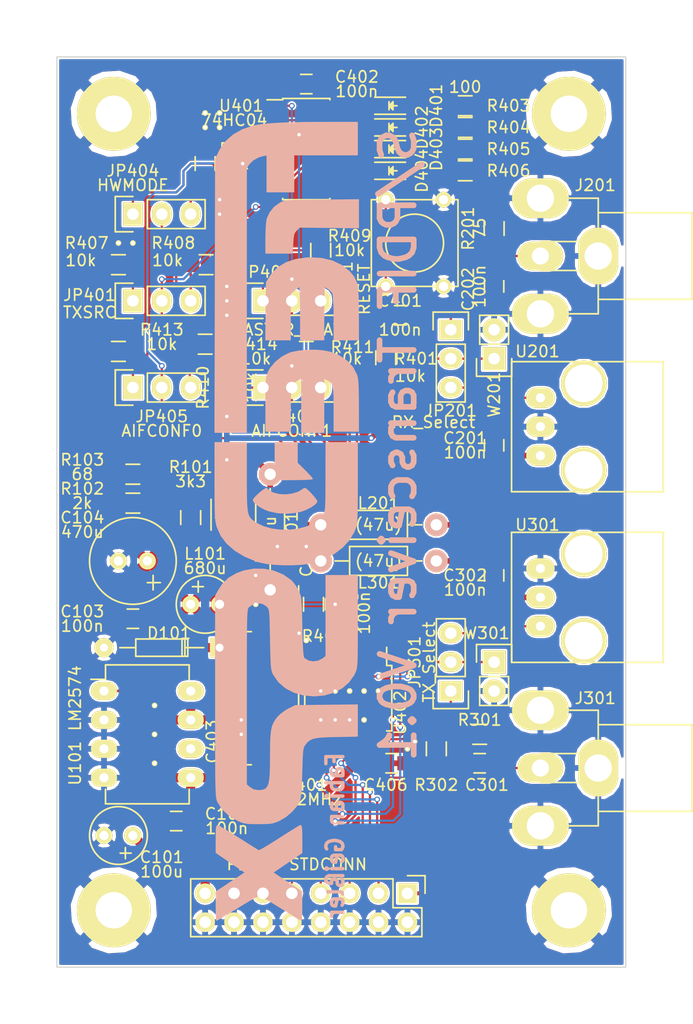
<source format=kicad_pcb>
(kicad_pcb (version 4) (host pcbnew "(2015-07-22 BZR 5980)-product")
  (layers (0 F.Cu signal) (31 B.Cu signal) (34 B.Paste user) (35 F.Paste user) (36 B.SilkS user) (37 F.SilkS user) (38 B.Mask user) (39 F.Mask user) (44 Edge.Cuts user))
  (net 0 "")
  (net 1 GND)
  (net 2 +12V)
  (net 3 +3V3)
  (net 4 "Net-(C201-Pad2)")
  (net 5 "Net-(C202-Pad1)")
  (net 6 "Net-(C202-Pad2)")
  (net 7 "Net-(C301-Pad1)")
  (net 8 "Net-(C301-Pad2)")
  (net 9 "Net-(C302-Pad2)")
  (net 10 /Transceiver/RESET)
  (net 11 "Net-(C403-Pad1)")
  (net 12 "Net-(C404-Pad1)")
  (net 13 /Transceiver/PVDD)
  (net 14 "Net-(D101-Pad1)")
  (net 15 "Net-(D102-Pad1)")
  (net 16 "Net-(D401-Pad2)")
  (net 17 "Net-(D401-Pad1)")
  (net 18 "Net-(D402-Pad2)")
  (net 19 "Net-(D402-Pad1)")
  (net 20 "Net-(D403-Pad2)")
  (net 21 "Net-(D403-Pad1)")
  (net 22 "Net-(D404-Pad2)")
  (net 23 "Net-(D404-Pad1)")
  (net 24 /SPDIF_Input/SPDIF_RX)
  (net 25 "Net-(JP201-Pad3)")
  (net 26 "Net-(JP301-Pad1)")
  (net 27 /SPDIF_Output/SPDIF_TX)
  (net 28 "Net-(JP301-Pad3)")
  (net 29 "Net-(JP401-Pad1)")
  (net 30 /Transceiver/TXSRC)
  (net 31 "Net-(JP401-Pad3)")
  (net 32 /Transceiver/SCL)
  (net 33 /Transceiver/MASTER_SLAVE)
  (net 34 "Net-(JP402-Pad3)")
  (net 35 "Net-(JP403-Pad1)")
  (net 36 /Transceiver/AIFCONF1)
  (net 37 "Net-(JP403-Pad3)")
  (net 38 /Transceiver/SDA)
  (net 39 /Transceiver/HWMODE)
  (net 40 "Net-(JP404-Pad3)")
  (net 41 "Net-(JP405-Pad1)")
  (net 42 /Transceiver/AIFCONF0)
  (net 43 "Net-(JP405-Pad3)")
  (net 44 /Transceiver/DOUT)
  (net 45 /Transceiver/DIN)
  (net 46 /Transceiver/BCLK)
  (net 47 /Transceiver/LRCLK)
  (net 48 /Transceiver/MCLK)
  (net 49 "Net-(R101-Pad2)")
  (net 50 "Net-(R402-Pad1)")
  (module fdsp_mechanical:VIA_0503 (layer F.Cu) (at 113.03 74.93)
    (fp_text reference REF** hide)
    (fp_text value VIA_0503 hide)
    (pad "" thru_hole circle (at 0 0) (size 0.5 0.5) (drill 0.3) (layers *.Cu *.Mask F.SilkS) (net 1 GND))
  )
  (module fdsp_mechanical:VIA_0503 (layer F.Cu) (at 114.3 74.93)
    (fp_text reference REF** hide)
    (fp_text value VIA_0503 hide)
    (pad "" thru_hole circle (at 0 0) (size 0.5 0.5) (drill 0.3) (layers *.Cu *.Mask F.SilkS) (net 1 GND))
  )
  (module fdsp_mechanical:VIA_0503 (layer F.Cu) (at 114.3 76.2)
    (fp_text reference REF** hide)
    (fp_text value VIA_0503 hide)
    (pad "" thru_hole circle (at 0 0) (size 0.5 0.5) (drill 0.3) (layers *.Cu *.Mask F.SilkS) (net 1 GND))
  )
  (module fdsp_mechanical:VIA_0503 (layer F.Cu) (at 113.03 76.2)
    (fp_text reference REF** hide)
    (fp_text value VIA_0503 hide)
    (pad "" thru_hole circle (at 0 0) (size 0.5 0.5) (drill 0.3) (layers *.Cu *.Mask F.SilkS) (net 1 GND))
  )
  (module fdsp_mechanical:Hole_M3 (layer F.Cu) (at 105 75)
    (fp_text reference REF** hide)
    (fp_text value Hole_M3 hide)
    (pad 1 thru_hole circle (at 0 0) (size 6.5 6.5) (drill 3.2) (layers *.Cu *.Mask F.SilkS) (net 1 GND) (thermal_gap 0.5))
  )
  (module fdsp_mechanical:Hole_M3 (layer F.Cu) (at 145 75)
    (fp_text reference REF** hide)
    (fp_text value Hole_M3 hide)
    (pad 1 thru_hole circle (at 0 0) (size 6.5 6.5) (drill 3.2) (layers *.Cu *.Mask F.SilkS) (net 1 GND) (thermal_gap 0.5))
  )
  (module fdsp_mechanical:Hole_M3 (layer F.Cu) (at 145 145)
    (fp_text reference REF** hide)
    (fp_text value Hole_M3 hide)
    (pad 1 thru_hole circle (at 0 0) (size 6.5 6.5) (drill 3.2) (layers *.Cu *.Mask F.SilkS) (net 1 GND) (thermal_gap 0.5))
  )
  (module LOGO (layer B.Cu) (at 120 110 270)
    (fp_text reference G*** hide)
    (fp_text value LOGO hide)
  )
  (module LOGO (layer F.Cu) (at 137.16 142.24 90)
    (fp_text reference G*** hide)
    (fp_text value LOGO hide)
  )
  (module fdsp_mechanical:VIA_0503 (layer F.Cu) (at 119.38 113.03)
    (fp_text reference REF** hide)
    (fp_text value VIA_0503 hide)
    (pad "" thru_hole circle (at 0 0) (size 0.5 0.5) (drill 0.3) (layers *.Cu *.Mask F.SilkS) (net 1 GND))
  )
  (module fdsp_mechanical:VIA_0503 (layer F.Cu) (at 117.475 118.11)
    (fp_text reference REF** hide)
    (fp_text value VIA_0503 hide)
    (pad "" thru_hole circle (at 0 0) (size 0.5 0.5) (drill 0.3) (layers *.Cu *.Mask F.SilkS) (net 1 GND))
  )
  (module fdsp_mechanical:VIA_0503 (layer F.Cu) (at 121.92 113.03)
    (fp_text reference REF** hide)
    (fp_text value VIA_0503 hide)
    (pad "" thru_hole circle (at 0 0) (size 0.5 0.5) (drill 0.3) (layers *.Cu *.Mask F.SilkS) (net 1 GND))
  )
  (module fdsp_mechanical:VIA_0503 (layer F.Cu) (at 117.475 115.57)
    (fp_text reference REF** hide)
    (fp_text value VIA_0503 hide)
    (pad "" thru_hole circle (at 0 0) (size 0.5 0.5) (drill 0.3) (layers *.Cu *.Mask F.SilkS) (net 1 GND))
  )
  (module fdsp_mechanical:VIA_0503 (layer F.Cu) (at 121.285 120.65)
    (fp_text reference REF** hide)
    (fp_text value VIA_0503 hide)
    (pad "" thru_hole circle (at 0 0) (size 0.5 0.5) (drill 0.3) (layers *.Cu *.Mask F.SilkS) (net 1 GND))
  )
  (module fdsp_mechanical:VIA_0503 (layer F.Cu) (at 121.92 121.285)
    (fp_text reference REF** hide)
    (fp_text value VIA_0503 hide)
    (pad "" thru_hole circle (at 0 0) (size 0.5 0.5) (drill 0.3) (layers *.Cu *.Mask F.SilkS) (net 1 GND))
  )
  (module fdsp_mechanical:VIA_0503 (layer F.Cu) (at 116.205 128.27)
    (fp_text reference REF** hide)
    (fp_text value VIA_0503 hide)
    (pad "" thru_hole circle (at 0 0) (size 0.5 0.5) (drill 0.3) (layers *.Cu *.Mask F.SilkS) (net 1 GND))
  )
  (module fdsp_mechanical:VIA_0503 (layer F.Cu) (at 116.205 129.54)
    (fp_text reference REF** hide)
    (fp_text value VIA_0503 hide)
    (pad "" thru_hole circle (at 0 0) (size 0.5 0.5) (drill 0.3) (layers *.Cu *.Mask F.SilkS) (net 1 GND))
  )
  (module fdsp_mechanical:VIA_0503 (layer F.Cu) (at 106.68 86.36)
    (fp_text reference REF** hide)
    (fp_text value VIA_0503 hide)
    (pad "" thru_hole circle (at 0 0) (size 0.5 0.5) (drill 0.3) (layers *.Cu *.Mask F.SilkS) (net 1 GND))
  )
  (module fdsp_mechanical:VIA_0503 (layer F.Cu) (at 105.41 86.36)
    (fp_text reference REF** hide)
    (fp_text value VIA_0503 hide)
    (pad "" thru_hole circle (at 0 0) (size 0.5 0.5) (drill 0.3) (layers *.Cu *.Mask F.SilkS) (net 1 GND))
  )
  (module fdsp_mechanical:VIA_0503 (layer F.Cu) (at 114.3 82.55)
    (fp_text reference REF** hide)
    (fp_text value VIA_0503 hide)
    (pad "" thru_hole circle (at 0 0) (size 0.5 0.5) (drill 0.3) (layers *.Cu *.Mask F.SilkS) (net 1 GND))
  )
  (module fdsp_mechanical:VIA_0503 (layer F.Cu) (at 114.3 83.82)
    (fp_text reference REF** hide)
    (fp_text value VIA_0503 hide)
    (pad "" thru_hole circle (at 0 0) (size 0.5 0.5) (drill 0.3) (layers *.Cu *.Mask F.SilkS) (net 1 GND))
  )
  (module fdsp_mechanical:VIA_0503 (layer F.Cu) (at 114.935 90.17)
    (fp_text reference REF** hide)
    (fp_text value VIA_0503 hide)
    (pad "" thru_hole circle (at 0 0) (size 0.5 0.5) (drill 0.3) (layers *.Cu *.Mask F.SilkS) (net 1 GND))
  )
  (module fdsp_mechanical:VIA_0503 (layer F.Cu) (at 114.935 91.44)
    (fp_text reference REF** hide)
    (fp_text value VIA_0503 hide)
    (pad "" thru_hole circle (at 0 0) (size 0.5 0.5) (drill 0.3) (layers *.Cu *.Mask F.SilkS) (net 1 GND))
  )
  (module fdsp_mechanical:VIA_0503 (layer F.Cu) (at 114.935 92.71)
    (fp_text reference REF** hide)
    (fp_text value VIA_0503 hide)
    (pad "" thru_hole circle (at 0 0) (size 0.5 0.5) (drill 0.3) (layers *.Cu *.Mask F.SilkS) (net 1 GND))
  )
  (module fdsp_mechanical:VIA_0503 (layer F.Cu) (at 127 128.27)
    (fp_text reference REF** hide)
    (fp_text value VIA_0503 hide)
    (pad "" thru_hole circle (at 0 0) (size 0.5 0.5) (drill 0.3) (layers *.Cu *.Mask F.SilkS) (net 1 GND))
  )
  (module fdsp_mechanical:VIA_0503 (layer F.Cu) (at 125.73 128.27)
    (fp_text reference REF** hide)
    (fp_text value VIA_0503 hide)
    (pad "" thru_hole circle (at 0 0) (size 0.5 0.5) (drill 0.3) (layers *.Cu *.Mask F.SilkS) (net 1 GND))
  )
  (module fdsp_mechanical:VIA_0503 (layer F.Cu) (at 124.46 128.27)
    (fp_text reference REF** hide)
    (fp_text value VIA_0503 hide)
    (pad "" thru_hole circle (at 0 0) (size 0.5 0.5) (drill 0.3) (layers *.Cu *.Mask F.SilkS) (net 1 GND))
  )
  (module fdsp_mechanical:VIA_0503 (layer F.Cu) (at 123.19 128.27)
    (fp_text reference REF** hide)
    (fp_text value VIA_0503 hide)
    (pad "" thru_hole circle (at 0 0) (size 0.5 0.5) (drill 0.3) (layers *.Cu *.Mask F.SilkS) (net 1 GND))
  )
  (module fdsp_mechanical:VIA_0503 (layer F.Cu) (at 108.585 127)
    (fp_text reference REF** hide)
    (fp_text value VIA_0503 hide)
    (pad "" thru_hole circle (at 0 0) (size 0.5 0.5) (drill 0.3) (layers *.Cu *.Mask F.SilkS) (net 1 GND))
  )
  (module fdsp_mechanical:VIA_0503 (layer F.Cu) (at 108.585 129.54)
    (fp_text reference REF** hide)
    (fp_text value VIA_0503 hide)
    (pad "" thru_hole circle (at 0 0) (size 0.5 0.5) (drill 0.3) (layers *.Cu *.Mask F.SilkS) (net 1 GND))
  )
  (module fdsp_mechanical:VIA_0503 (layer F.Cu) (at 108.585 132.08)
    (fp_text reference REF** hide)
    (fp_text value VIA_0503 hide)
    (pad "" thru_hole circle (at 0 0) (size 0.5 0.5) (drill 0.3) (layers *.Cu *.Mask F.SilkS) (net 1 GND))
  )
  (module fdsp_mechanical:VIA_0503 (layer F.Cu) (at 131.445 130.175)
    (fp_text reference REF** hide)
    (fp_text value VIA_0503 hide)
    (pad "" thru_hole circle (at 0 0) (size 0.5 0.5) (drill 0.3) (layers *.Cu *.Mask F.SilkS) (net 1 GND))
  )
  (module fdsp_mechanical:VIA_0503 (layer F.Cu) (at 130.81 130.81)
    (fp_text reference REF** hide)
    (fp_text value VIA_0503 hide)
    (pad "" thru_hole circle (at 0 0) (size 0.5 0.5) (drill 0.3) (layers *.Cu *.Mask F.SilkS) (net 1 GND))
  )
  (module fdsp_mechanical:VIA_0503 (layer F.Cu) (at 123.19 125.73)
    (fp_text reference REF** hide)
    (fp_text value VIA_0503 hide)
    (pad "" thru_hole circle (at 0 0) (size 0.5 0.5) (drill 0.3) (layers *.Cu *.Mask F.SilkS) (net 1 GND))
  )
  (module fdsp_mechanical:VIA_0503 (layer F.Cu) (at 124.46 125.73)
    (fp_text reference REF** hide)
    (fp_text value VIA_0503 hide)
    (pad "" thru_hole circle (at 0 0) (size 0.5 0.5) (drill 0.3) (layers *.Cu *.Mask F.SilkS) (net 1 GND))
  )
  (module fdsp_mechanical:VIA_0503 (layer F.Cu) (at 125.73 125.73)
    (fp_text reference REF** hide)
    (fp_text value VIA_0503 hide)
    (pad "" thru_hole circle (at 0 0) (size 0.5 0.5) (drill 0.3) (layers *.Cu *.Mask F.SilkS) (net 1 GND))
  )
  (module fdsp_mechanical:VIA_0503 (layer F.Cu) (at 127 125.73)
    (fp_text reference REF** hide)
    (fp_text value VIA_0503 hide)
    (pad "" thru_hole circle (at 0 0) (size 0.5 0.5) (drill 0.3) (layers *.Cu *.Mask F.SilkS) (net 1 GND))
  )
  (module fdsp_mechanical:VIA_0503 (layer F.Cu) (at 128.27 125.73)
    (fp_text reference REF** hide)
    (fp_text value VIA_0503 hide)
    (pad "" thru_hole circle (at 0 0) (size 0.5 0.5) (drill 0.3) (layers *.Cu *.Mask F.SilkS) (net 1 GND))
  )
  (module fdsp_mechanical:Hole_M3 (layer F.Cu) (at 105 145)
    (fp_text reference REF** hide)
    (fp_text value Hole_M3 hide)
    (pad 1 thru_hole circle (at 0 0) (size 6.5 6.5) (drill 3.2) (layers *.Cu *.Mask F.SilkS) (net 1 GND) (thermal_gap 0.5))
  )
  (module Capacitors_Elko_ThroughHole:Elko_vert_11x5mm_RM2.5_CopperClear (layer F.Cu) (at 106.68 138.43 180)
    (fp_text reference C101 (at -2.54 -1.905 180) (layer F.SilkS))
    (fp_text value 100u (at -2.54 -3.175 180) (layer F.SilkS))
    (pad 2 thru_hole circle (at 2.54 0 180) (size 1.50114 1.50114) (drill 0.8001) (layers *.Cu *.Mask F.SilkS) (net 1 GND))
    (pad 1 thru_hole circle (at 0 0 180) (size 1.50114 1.50114) (drill 0.8001) (layers *.Cu *.Mask F.SilkS) (net 2 +12V))
  )
  (module Capacitors_SMD:C_0805_HandSoldering (layer F.Cu) (at 110.49 137.16 180)
    (fp_text reference C102 (at -4.445 0.635 180) (layer F.SilkS))
    (fp_text value 100n (at -4.445 -0.635 180) (layer F.SilkS))
    (pad 1 smd rect (at -1.25 0 180) (size 1.5 1.25) (layers F.Cu F.Paste F.Mask) (net 2 +12V))
    (pad 2 smd rect (at 1.25 0 180) (size 1.5 1.25) (layers F.Cu F.Paste F.Mask) (net 1 GND))
  )
  (module Capacitors_SMD:C_0805_HandSoldering (layer F.Cu) (at 106.68 119.38 180)
    (fp_text reference C103 (at 4.445 0.635 180) (layer F.SilkS))
    (fp_text value 100n (at 4.445 -0.635 180) (layer F.SilkS))
    (pad 1 smd rect (at -1.25 0 180) (size 1.5 1.25) (layers F.Cu F.Paste F.Mask) (net 3 +3V3))
    (pad 2 smd rect (at 1.25 0 180) (size 1.5 1.25) (layers F.Cu F.Paste F.Mask) (net 1 GND))
  )
  (module Capacitors_SMD:C_0805_HandSoldering (layer F.Cu) (at 138.43 104.14 270)
    (fp_text reference C201 (at -0.635 2.54 360) (layer F.SilkS))
    (fp_text value 100n (at 0.635 2.54 360) (layer F.SilkS))
    (pad 1 smd rect (at -1.25 0 270) (size 1.5 1.25) (layers F.Cu F.Paste F.Mask) (net 1 GND))
    (pad 2 smd rect (at 1.25 0 270) (size 1.5 1.25) (layers F.Cu F.Paste F.Mask) (net 4 "Net-(C201-Pad2)"))
  )
  (module Capacitors_SMD:C_0805_HandSoldering (layer F.Cu) (at 138.43 90.17 270)
    (fp_text reference C202 (at 0.254 2.286 270) (layer F.SilkS))
    (fp_text value 100n (at 0 1.27 270) (layer F.SilkS))
    (pad 1 smd rect (at -1.25 0 270) (size 1.5 1.25) (layers F.Cu F.Paste F.Mask) (net 5 "Net-(C202-Pad1)"))
    (pad 2 smd rect (at 1.25 0 270) (size 1.5 1.25) (layers F.Cu F.Paste F.Mask) (net 6 "Net-(C202-Pad2)"))
  )
  (module Capacitors_SMD:C_0805_HandSoldering (layer F.Cu) (at 137.16 132.08 180)
    (fp_text reference C301 (at -0.635 -1.905 360) (layer F.SilkS))
    (fp_text value 100n hide)
    (pad 1 smd rect (at -1.25 0 180) (size 1.5 1.25) (layers F.Cu F.Paste F.Mask) (net 7 "Net-(C301-Pad1)"))
    (pad 2 smd rect (at 1.25 0 180) (size 1.5 1.25) (layers F.Cu F.Paste F.Mask) (net 8 "Net-(C301-Pad2)"))
  )
  (module Capacitors_SMD:C_0805_HandSoldering (layer F.Cu) (at 138.43 115.57 270)
    (fp_text reference C302 (at 0 2.54 360) (layer F.SilkS))
    (fp_text value 100n (at 1.27 2.54 360) (layer F.SilkS))
    (pad 1 smd rect (at -1.25 0 270) (size 1.5 1.25) (layers F.Cu F.Paste F.Mask) (net 1 GND))
    (pad 2 smd rect (at 1.25 0 270) (size 1.5 1.25) (layers F.Cu F.Paste F.Mask) (net 9 "Net-(C302-Pad2)"))
  )
  (module Capacitors_SMD:C_0805_HandSoldering (layer F.Cu) (at 130.175 92.71)
    (fp_text reference C401 (at 0 -1.27) (layer F.SilkS))
    (fp_text value 100n (at 0 1.27) (layer F.SilkS))
    (pad 1 smd rect (at -1.25 0) (size 1.5 1.25) (layers F.Cu F.Paste F.Mask) (net 10 /Transceiver/RESET))
    (pad 2 smd rect (at 1.25 0) (size 1.5 1.25) (layers F.Cu F.Paste F.Mask) (net 1 GND))
  )
  (module Capacitors_SMD:C_0805_HandSoldering (layer F.Cu) (at 121.92 72.39 180)
    (fp_text reference C402 (at -4.445 0.635 180) (layer F.SilkS))
    (fp_text value 100n (at -4.445 -0.635 180) (layer F.SilkS))
    (pad 1 smd rect (at -1.25 0 180) (size 1.5 1.25) (layers F.Cu F.Paste F.Mask) (net 3 +3V3))
    (pad 2 smd rect (at 1.25 0 180) (size 1.5 1.25) (layers F.Cu F.Paste F.Mask) (net 1 GND))
  )
  (module Capacitors_SMD:C_0603_HandSoldering (layer F.Cu) (at 114.935 130.175 90)
    (fp_text reference C403 (at 0 -1.27 270) (layer F.SilkS))
    (fp_text value 15p (at 3.175 0 270) (layer F.SilkS))
    (pad 1 smd rect (at -0.95 0 90) (size 1.2 0.75) (layers F.Cu F.Paste F.Mask) (net 11 "Net-(C403-Pad1)"))
    (pad 2 smd rect (at 0.95 0 90) (size 1.2 0.75) (layers F.Cu F.Paste F.Mask) (net 1 GND))
  )
  (module Capacitors_SMD:C_0603_HandSoldering (layer F.Cu) (at 120.65 116.84 90)
    (fp_text reference C404 (at 3.048 1.27 90) (layer F.SilkS))
    (fp_text value 15p hide)
    (pad 1 smd rect (at -0.95 0 90) (size 1.2 0.75) (layers F.Cu F.Paste F.Mask) (net 12 "Net-(C404-Pad1)"))
    (pad 2 smd rect (at 0.95 0 90) (size 1.2 0.75) (layers F.Cu F.Paste F.Mask) (net 1 GND))
  )
  (module Capacitors_SMD:C_0805_HandSoldering (layer F.Cu) (at 124.46 118.11 90)
    (fp_text reference C405 (at -0.762 1.524 270) (layer F.SilkS))
    (fp_text value 100n (at -0.762 2.54 90) (layer F.SilkS))
    (pad 1 smd rect (at -1.25 0 90) (size 1.5 1.25) (layers F.Cu F.Paste F.Mask) (net 13 /Transceiver/PVDD))
    (pad 2 smd rect (at 1.25 0 90) (size 1.5 1.25) (layers F.Cu F.Paste F.Mask) (net 1 GND))
  )
  (module Capacitors_SMD:C_0805_HandSoldering (layer F.Cu) (at 129.42 132.08)
    (fp_text reference C406 (at -0.515 1.905 180) (layer F.SilkS))
    (fp_text value 100n hide)
    (pad 1 smd rect (at -1.25 0) (size 1.5 1.25) (layers F.Cu F.Paste F.Mask) (net 3 +3V3))
    (pad 2 smd rect (at 1.25 0) (size 1.5 1.25) (layers F.Cu F.Paste F.Mask) (net 1 GND))
  )
  (module Diodes_ThroughHole:Diode_DO-35_SOD27_Horizontal_RM10 (layer F.Cu) (at 114.30052 121.91746 180)
    (fp_text reference D101 (at 4.44552 1.26746 180) (layer F.SilkS))
    (fp_text value D_Schottky hide)
    (pad 2 thru_hole circle (at 10.16052 -0.00254) (size 1.69926 1.69926) (drill 0.70104) (layers *.Cu *.Mask F.SilkS) (net 1 GND))
    (pad 1 thru_hole rect (at 0.00052 -0.00254) (size 1.69926 1.69926) (drill 0.70104) (layers *.Cu *.Mask F.SilkS) (net 14 "Net-(D101-Pad1)"))
  )
  (module LEDs:LED-0805 (layer F.Cu) (at 114.3 110.49 270)
    (fp_text reference D102 (at 0 -1.75 450) (layer F.SilkS))
    (fp_text value Green hide)
    (pad 2 smd rect (at 1.04902 0 90) (size 1.19888 1.19888) (layers F.Cu F.Paste F.Mask) (net 3 +3V3))
    (pad 1 smd rect (at -1.04902 0 90) (size 1.19888 1.19888) (layers F.Cu F.Paste F.Mask) (net 15 "Net-(D102-Pad1)"))
  )
  (module LEDs:LED-0805 (layer F.Cu) (at 129.54 74.295)
    (fp_text reference D401 (at 3.81 0 90) (layer F.SilkS))
    (fp_text value Yellow hide)
    (pad 2 smd rect (at 1.04902 0 180) (size 1.19888 1.19888) (layers F.Cu F.Paste F.Mask) (net 16 "Net-(D401-Pad2)"))
    (pad 1 smd rect (at -1.04902 0 180) (size 1.19888 1.19888) (layers F.Cu F.Paste F.Mask) (net 17 "Net-(D401-Pad1)"))
  )
  (module LEDs:LED-0805 (layer F.Cu) (at 129.54 76.2)
    (fp_text reference D402 (at 2.54 0 90) (layer F.SilkS))
    (fp_text value Yellow hide)
    (pad 2 smd rect (at 1.04902 0 180) (size 1.19888 1.19888) (layers F.Cu F.Paste F.Mask) (net 18 "Net-(D402-Pad2)"))
    (pad 1 smd rect (at -1.04902 0 180) (size 1.19888 1.19888) (layers F.Cu F.Paste F.Mask) (net 19 "Net-(D402-Pad1)"))
  )
  (module LEDs:LED-0805 (layer F.Cu) (at 129.54 78.105)
    (fp_text reference D403 (at 3.81 0 90) (layer F.SilkS))
    (fp_text value Yellow hide)
    (pad 2 smd rect (at 1.04902 0 180) (size 1.19888 1.19888) (layers F.Cu F.Paste F.Mask) (net 20 "Net-(D403-Pad2)"))
    (pad 1 smd rect (at -1.04902 0 180) (size 1.19888 1.19888) (layers F.Cu F.Paste F.Mask) (net 21 "Net-(D403-Pad1)"))
  )
  (module LEDs:LED-0805 (layer F.Cu) (at 129.54 80.01)
    (fp_text reference D404 (at 2.54 0 90) (layer F.SilkS))
    (fp_text value Yellow hide)
    (pad 2 smd rect (at 1.04902 0 180) (size 1.19888 1.19888) (layers F.Cu F.Paste F.Mask) (net 22 "Net-(D404-Pad2)"))
    (pad 1 smd rect (at -1.04902 0 180) (size 1.19888 1.19888) (layers F.Cu F.Paste F.Mask) (net 23 "Net-(D404-Pad1)"))
  )
  (module audio_connector:CB-5 (layer F.Cu) (at 142.5 87.5 90)
    (fp_text reference J201 (at 6.22 4.82 180) (layer F.SilkS))
    (fp_text value SPDIF_IN hide)
    (pad 2 thru_hole oval (at 0 5.08 90) (size 5 3.5) (drill 2.4) (layers *.Cu *.Mask F.SilkS) (net 1 GND))
    (pad 2 thru_hole oval (at -5.08 0 90) (size 3.5 5) (drill 2.4) (layers *.Cu *.Mask F.SilkS) (net 1 GND))
    (pad 2 thru_hole oval (at 5.08 0 90) (size 3.5 5) (drill 2.4) (layers *.Cu *.Mask F.SilkS) (net 1 GND))
    (pad 1 thru_hole oval (at 0 0 90) (size 2.5 4) (drill 1.5) (layers *.Cu *.Mask F.SilkS) (net 5 "Net-(C202-Pad1)"))
  )
  (module audio_connector:CB-5 (layer F.Cu) (at 142.5 132.5 90)
    (fp_text reference J301 (at 6.135 4.82 180) (layer F.SilkS))
    (fp_text value SPDIF_OUT hide)
    (pad 2 thru_hole oval (at 0 5.08 90) (size 5 3.5) (drill 2.4) (layers *.Cu *.Mask F.SilkS) (net 1 GND))
    (pad 2 thru_hole oval (at -5.08 0 90) (size 3.5 5) (drill 2.4) (layers *.Cu *.Mask F.SilkS) (net 1 GND))
    (pad 2 thru_hole oval (at 5.08 0 90) (size 3.5 5) (drill 2.4) (layers *.Cu *.Mask F.SilkS) (net 1 GND))
    (pad 1 thru_hole oval (at 0 0 90) (size 2.5 4) (drill 1.5) (layers *.Cu *.Mask F.SilkS) (net 7 "Net-(C301-Pad1)"))
  )
  (module Pin_Headers:Pin_Header_Straight_1x03 (layer F.Cu) (at 134.62 93.98)
    (fp_text reference JP201 (at 0 7.112) (layer F.SilkS))
    (fp_text value RX_Select (at -1.524 8.128 180) (layer F.SilkS))
    (pad 1 thru_hole rect (at 0 0) (size 2.032 1.7272) (drill 1.016) (layers *.Cu *.Mask F.SilkS) (net 6 "Net-(C202-Pad2)"))
    (pad 2 thru_hole oval (at 0 2.54) (size 2.032 1.7272) (drill 1.016) (layers *.Cu *.Mask F.SilkS) (net 24 /SPDIF_Input/SPDIF_RX))
    (pad 3 thru_hole oval (at 0 5.08) (size 2.032 1.7272) (drill 1.016) (layers *.Cu *.Mask F.SilkS) (net 25 "Net-(JP201-Pad3)"))
  )
  (module Pin_Headers:Pin_Header_Straight_1x03 (layer F.Cu) (at 134.62 125.73 180)
    (fp_text reference JP301 (at 3.175 2.54 270) (layer F.SilkS))
    (fp_text value TX_Select (at 1.905 2.54 270) (layer F.SilkS))
    (pad 1 thru_hole rect (at 0 0 180) (size 2.032 1.7272) (drill 1.016) (layers *.Cu *.Mask F.SilkS) (net 26 "Net-(JP301-Pad1)"))
    (pad 2 thru_hole oval (at 0 2.54 180) (size 2.032 1.7272) (drill 1.016) (layers *.Cu *.Mask F.SilkS) (net 27 /SPDIF_Output/SPDIF_TX))
    (pad 3 thru_hole oval (at 0 5.08 180) (size 2.032 1.7272) (drill 1.016) (layers *.Cu *.Mask F.SilkS) (net 28 "Net-(JP301-Pad3)"))
  )
  (module Pin_Headers:Pin_Header_Straight_1x03 (layer F.Cu) (at 106.68 91.44 90)
    (fp_text reference JP401 (at 0.508 -3.81 180) (layer F.SilkS))
    (fp_text value TXSRC (at -1.016 -3.81 180) (layer F.SilkS))
    (pad 1 thru_hole rect (at 0 0 90) (size 2.032 1.7272) (drill 1.016) (layers *.Cu *.Mask F.SilkS) (net 29 "Net-(JP401-Pad1)"))
    (pad 2 thru_hole oval (at 0 2.54 90) (size 2.032 1.7272) (drill 1.016) (layers *.Cu *.Mask F.SilkS) (net 30 /Transceiver/TXSRC))
    (pad 3 thru_hole oval (at 0 5.08 90) (size 2.032 1.7272) (drill 1.016) (layers *.Cu *.Mask F.SilkS) (net 31 "Net-(JP401-Pad3)"))
  )
  (module Pin_Headers:Pin_Header_Straight_1x03 (layer F.Cu) (at 118.11 91.44 90)
    (fp_text reference JP402 (at 2.54 0.254 180) (layer F.SilkS))
    (fp_text value MASTER_SLAVE (at -2.54 2.54 180) (layer F.SilkS))
    (pad 1 thru_hole rect (at 0 0 90) (size 2.032 1.7272) (drill 1.016) (layers *.Cu *.Mask F.SilkS) (net 32 /Transceiver/SCL))
    (pad 2 thru_hole oval (at 0 2.54 90) (size 2.032 1.7272) (drill 1.016) (layers *.Cu *.Mask F.SilkS) (net 33 /Transceiver/MASTER_SLAVE))
    (pad 3 thru_hole oval (at 0 5.08 90) (size 2.032 1.7272) (drill 1.016) (layers *.Cu *.Mask F.SilkS) (net 34 "Net-(JP402-Pad3)"))
  )
  (module Pin_Headers:Pin_Header_Straight_1x03 (layer F.Cu) (at 118.11 99.06 90)
    (fp_text reference JP403 (at -2.54 2.54 180) (layer F.SilkS))
    (fp_text value AIFCONF1 (at -3.81 2.54 180) (layer F.SilkS))
    (pad 1 thru_hole rect (at 0 0 90) (size 2.032 1.7272) (drill 1.016) (layers *.Cu *.Mask F.SilkS) (net 35 "Net-(JP403-Pad1)"))
    (pad 2 thru_hole oval (at 0 2.54 90) (size 2.032 1.7272) (drill 1.016) (layers *.Cu *.Mask F.SilkS) (net 36 /Transceiver/AIFCONF1))
    (pad 3 thru_hole oval (at 0 5.08 90) (size 2.032 1.7272) (drill 1.016) (layers *.Cu *.Mask F.SilkS) (net 37 "Net-(JP403-Pad3)"))
  )
  (module Pin_Headers:Pin_Header_Straight_1x03 (layer F.Cu) (at 106.68 83.82 90)
    (fp_text reference JP404 (at 3.81 0 180) (layer F.SilkS))
    (fp_text value HWMODE (at 2.54 0 180) (layer F.SilkS))
    (pad 1 thru_hole rect (at 0 0 90) (size 2.032 1.7272) (drill 1.016) (layers *.Cu *.Mask F.SilkS) (net 38 /Transceiver/SDA))
    (pad 2 thru_hole oval (at 0 2.54 90) (size 2.032 1.7272) (drill 1.016) (layers *.Cu *.Mask F.SilkS) (net 39 /Transceiver/HWMODE))
    (pad 3 thru_hole oval (at 0 5.08 90) (size 2.032 1.7272) (drill 1.016) (layers *.Cu *.Mask F.SilkS) (net 40 "Net-(JP404-Pad3)"))
  )
  (module Pin_Headers:Pin_Header_Straight_1x03 (layer F.Cu) (at 106.68 99.06 90)
    (fp_text reference JP405 (at -2.54 2.54 180) (layer F.SilkS))
    (fp_text value AIFCONF0 (at -3.81 2.54 180) (layer F.SilkS))
    (pad 1 thru_hole rect (at 0 0 90) (size 2.032 1.7272) (drill 1.016) (layers *.Cu *.Mask F.SilkS) (net 41 "Net-(JP405-Pad1)"))
    (pad 2 thru_hole oval (at 0 2.54 90) (size 2.032 1.7272) (drill 1.016) (layers *.Cu *.Mask F.SilkS) (net 42 /Transceiver/AIFCONF0))
    (pad 3 thru_hole oval (at 0 5.08 90) (size 2.032 1.7272) (drill 1.016) (layers *.Cu *.Mask F.SilkS) (net 43 "Net-(JP405-Pad3)"))
  )
  (module Capacitors_Elko_ThroughHole:Elko_vert_11x5mm_RM2.5_CopperClear (layer F.Cu) (at 111.76 118.11)
    (fp_text reference L101 (at 1.27 -4.445) (layer F.SilkS))
    (fp_text value 680u (at 1.27 -3.175) (layer F.SilkS))
    (pad 2 thru_hole circle (at 2.54 0) (size 1.50114 1.50114) (drill 0.8001) (layers *.Cu *.Mask F.SilkS) (net 14 "Net-(D101-Pad1)"))
    (pad 1 thru_hole circle (at 0 0) (size 1.50114 1.50114) (drill 0.8001) (layers *.Cu *.Mask F.SilkS) (net 3 +3V3))
  )
  (module Resistors_ThroughHole:Resistor_Horizontal_RM10mm (layer F.Cu) (at 118.745 111.76 270)
    (fp_text reference L401 (at 0 -1.905 270) (layer F.SilkS))
    (fp_text value 47u (at 0 0 270) (layer F.SilkS))
    (pad 1 thru_hole circle (at -5.08 0 270) (size 1.99898 1.99898) (drill 1.00076) (layers *.Cu *.SilkS *.Mask) (net 3 +3V3))
    (pad 2 thru_hole circle (at 5.08 0 270) (size 1.99898 1.99898) (drill 1.00076) (layers *.Cu *.SilkS *.Mask) (net 13 /Transceiver/PVDD))
  )
  (module Pin_Headers:Pin_Header_Straight_2x08 (layer F.Cu) (at 130.81 143.51 270)
    (fp_text reference P101 (at -2.54 13.97 360) (layer F.SilkS))
    (fp_text value STDCONN (at -2.54 6.985 540) (layer F.SilkS))
    (pad 1 thru_hole rect (at 0 0 270) (size 1.7272 1.7272) (drill 1.016) (layers *.Cu *.Mask F.SilkS) (net 2 +12V))
    (pad 2 thru_hole oval (at 2.54 0 270) (size 1.7272 1.7272) (drill 1.016) (layers *.Cu *.Mask F.SilkS) (net 1 GND))
    (pad 3 thru_hole oval (at 0 2.54 270) (size 1.7272 1.7272) (drill 1.016) (layers *.Cu *.Mask F.SilkS) (net 44 /Transceiver/DOUT))
    (pad 4 thru_hole oval (at 2.54 2.54 270) (size 1.7272 1.7272) (drill 1.016) (layers *.Cu *.Mask F.SilkS) (net 1 GND))
    (pad 5 thru_hole oval (at 0 5.08 270) (size 1.7272 1.7272) (drill 1.016) (layers *.Cu *.Mask F.SilkS) (net 45 /Transceiver/DIN))
    (pad 6 thru_hole oval (at 2.54 5.08 270) (size 1.7272 1.7272) (drill 1.016) (layers *.Cu *.Mask F.SilkS) (net 1 GND))
    (pad 7 thru_hole oval (at 0 7.62 270) (size 1.7272 1.7272) (drill 1.016) (layers *.Cu *.Mask F.SilkS) (net 46 /Transceiver/BCLK))
    (pad 8 thru_hole oval (at 2.54 7.62 270) (size 1.7272 1.7272) (drill 1.016) (layers *.Cu *.Mask F.SilkS) (net 1 GND))
    (pad 9 thru_hole oval (at 0 10.16 270) (size 1.7272 1.7272) (drill 1.016) (layers *.Cu *.Mask F.SilkS) (net 47 /Transceiver/LRCLK))
    (pad 10 thru_hole oval (at 2.54 10.16 270) (size 1.7272 1.7272) (drill 1.016) (layers *.Cu *.Mask F.SilkS) (net 1 GND))
    (pad 11 thru_hole oval (at 0 12.7 270) (size 1.7272 1.7272) (drill 1.016) (layers *.Cu *.Mask F.SilkS) (net 38 /Transceiver/SDA))
    (pad 12 thru_hole oval (at 2.54 12.7 270) (size 1.7272 1.7272) (drill 1.016) (layers *.Cu *.Mask F.SilkS) (net 1 GND))
    (pad 13 thru_hole oval (at 0 15.24 270) (size 1.7272 1.7272) (drill 1.016) (layers *.Cu *.Mask F.SilkS) (net 32 /Transceiver/SCL))
    (pad 14 thru_hole oval (at 2.54 15.24 270) (size 1.7272 1.7272) (drill 1.016) (layers *.Cu *.Mask F.SilkS) (net 1 GND))
    (pad 15 thru_hole oval (at 0 17.78 270) (size 1.7272 1.7272) (drill 1.016) (layers *.Cu *.Mask F.SilkS) (net 48 /Transceiver/MCLK))
    (pad 16 thru_hole oval (at 2.54 17.78 270) (size 1.7272 1.7272) (drill 1.016) (layers *.Cu *.Mask F.SilkS) (net 1 GND))
  )
  (module Resistors_SMD:R_0805_HandSoldering (layer F.Cu) (at 111.76 110.49 90)
    (fp_text reference R101 (at 4.445 0 180) (layer F.SilkS))
    (fp_text value 3k3 (at 3.175 0 180) (layer F.SilkS))
    (pad 1 smd rect (at -1.35 0 90) (size 1.5 1.3) (layers F.Cu F.Paste F.Mask) (net 3 +3V3))
    (pad 2 smd rect (at 1.35 0 90) (size 1.5 1.3) (layers F.Cu F.Paste F.Mask) (net 49 "Net-(R101-Pad2)"))
  )
  (module Resistors_SMD:R_0805_HandSoldering (layer F.Cu) (at 106.68 109.22 180)
    (fp_text reference R102 (at 4.445 1.27 180) (layer F.SilkS))
    (fp_text value 2k (at 4.445 0 180) (layer F.SilkS))
    (pad 1 smd rect (at -1.35 0 180) (size 1.5 1.3) (layers F.Cu F.Paste F.Mask) (net 49 "Net-(R101-Pad2)"))
    (pad 2 smd rect (at 1.35 0 180) (size 1.5 1.3) (layers F.Cu F.Paste F.Mask) (net 1 GND))
  )
  (module Resistors_SMD:R_0805_HandSoldering (layer F.Cu) (at 106.68 106.68 180)
    (fp_text reference R103 (at 4.445 1.27 180) (layer F.SilkS))
    (fp_text value 68 (at 4.445 0 180) (layer F.SilkS))
    (pad 1 smd rect (at -1.35 0 180) (size 1.5 1.3) (layers F.Cu F.Paste F.Mask) (net 15 "Net-(D102-Pad1)"))
    (pad 2 smd rect (at 1.35 0 180) (size 1.5 1.3) (layers F.Cu F.Paste F.Mask) (net 1 GND))
  )
  (module Resistors_SMD:R_0805_HandSoldering (layer F.Cu) (at 138.43 85.09 90)
    (fp_text reference R201 (at 0 -2.286 90) (layer F.SilkS))
    (fp_text value 75 (at 0 -1.27 90) (layer F.SilkS))
    (pad 1 smd rect (at -1.35 0 90) (size 1.5 1.3) (layers F.Cu F.Paste F.Mask) (net 5 "Net-(C202-Pad1)"))
    (pad 2 smd rect (at 1.35 0 90) (size 1.5 1.3) (layers F.Cu F.Paste F.Mask) (net 1 GND))
  )
  (module Resistors_SMD:R_0805_HandSoldering (layer F.Cu) (at 137.16 129.54)
    (fp_text reference R301 (at 0 -1.27) (layer F.SilkS))
    (fp_text value 110 hide)
    (pad 1 smd rect (at -1.35 0) (size 1.5 1.3) (layers F.Cu F.Paste F.Mask) (net 8 "Net-(C301-Pad2)"))
    (pad 2 smd rect (at 1.35 0) (size 1.5 1.3) (layers F.Cu F.Paste F.Mask) (net 1 GND))
  )
  (module Resistors_SMD:R_0805_HandSoldering (layer F.Cu) (at 133.35 130.81 270)
    (fp_text reference R302 (at 3.175 0 540) (layer F.SilkS))
    (fp_text value 210 hide)
    (pad 1 smd rect (at -1.35 0 270) (size 1.5 1.3) (layers F.Cu F.Paste F.Mask) (net 26 "Net-(JP301-Pad1)"))
    (pad 2 smd rect (at 1.35 0 270) (size 1.5 1.3) (layers F.Cu F.Paste F.Mask) (net 8 "Net-(C301-Pad2)"))
  )
  (module Resistors_SMD:R_0805_HandSoldering (layer F.Cu) (at 128.905 96.44 90)
    (fp_text reference R401 (at -0.08 2.667 180) (layer F.SilkS))
    (fp_text value 10k (at -1.604 2.159 180) (layer F.SilkS))
    (pad 1 smd rect (at -1.35 0 90) (size 1.5 1.3) (layers F.Cu F.Paste F.Mask) (net 3 +3V3))
    (pad 2 smd rect (at 1.35 0 90) (size 1.5 1.3) (layers F.Cu F.Paste F.Mask) (net 10 /Transceiver/RESET))
  )
  (module Resistors_SMD:R_0805_HandSoldering (layer F.Cu) (at 122.555 118.11 90)
    (fp_text reference R402 (at -2.794 0.889 180) (layer F.SilkS))
    (fp_text value 50 hide)
    (pad 1 smd rect (at -1.35 0 90) (size 1.5 1.3) (layers F.Cu F.Paste F.Mask) (net 50 "Net-(R402-Pad1)"))
    (pad 2 smd rect (at 1.35 0 90) (size 1.5 1.3) (layers F.Cu F.Paste F.Mask) (net 1 GND))
  )
  (module Resistors_SMD:R_0805_HandSoldering (layer F.Cu) (at 135.89 74.295)
    (fp_text reference R403 (at 3.81 0) (layer F.SilkS))
    (fp_text value 100 hide)
    (pad 1 smd rect (at -1.35 0) (size 1.5 1.3) (layers F.Cu F.Paste F.Mask) (net 16 "Net-(D401-Pad2)"))
    (pad 2 smd rect (at 1.35 0) (size 1.5 1.3) (layers F.Cu F.Paste F.Mask) (net 3 +3V3))
  )
  (module Resistors_SMD:R_0805_HandSoldering (layer F.Cu) (at 135.89 76.2)
    (fp_text reference R404 (at 3.81 0) (layer F.SilkS))
    (fp_text value 100 hide)
    (pad 1 smd rect (at -1.35 0) (size 1.5 1.3) (layers F.Cu F.Paste F.Mask) (net 18 "Net-(D402-Pad2)"))
    (pad 2 smd rect (at 1.35 0) (size 1.5 1.3) (layers F.Cu F.Paste F.Mask) (net 3 +3V3))
  )
  (module Resistors_SMD:R_0805_HandSoldering (layer F.Cu) (at 135.89 78.105)
    (fp_text reference R405 (at 3.81 0) (layer F.SilkS))
    (fp_text value 100 hide)
    (pad 1 smd rect (at -1.35 0) (size 1.5 1.3) (layers F.Cu F.Paste F.Mask) (net 20 "Net-(D403-Pad2)"))
    (pad 2 smd rect (at 1.35 0) (size 1.5 1.3) (layers F.Cu F.Paste F.Mask) (net 3 +3V3))
  )
  (module Resistors_SMD:R_0805_HandSoldering (layer F.Cu) (at 135.89 80.01)
    (fp_text reference R406 (at 3.81 0) (layer F.SilkS))
    (fp_text value 100 (at 0 -7.366) (layer F.SilkS))
    (pad 1 smd rect (at -1.35 0) (size 1.5 1.3) (layers F.Cu F.Paste F.Mask) (net 22 "Net-(D404-Pad2)"))
    (pad 2 smd rect (at 1.35 0) (size 1.5 1.3) (layers F.Cu F.Paste F.Mask) (net 3 +3V3))
  )
  (module Resistors_SMD:R_0805_HandSoldering (layer F.Cu) (at 105.41 88.265)
    (fp_text reference R407 (at -2.794 -1.905) (layer F.SilkS))
    (fp_text value 10k (at -3.302 -0.381) (layer F.SilkS))
    (pad 1 smd rect (at -1.35 0) (size 1.5 1.3) (layers F.Cu F.Paste F.Mask) (net 3 +3V3))
    (pad 2 smd rect (at 1.35 0) (size 1.5 1.3) (layers F.Cu F.Paste F.Mask) (net 29 "Net-(JP401-Pad1)"))
  )
  (module Resistors_SMD:R_0805_HandSoldering (layer F.Cu) (at 113.11 88.265)
    (fp_text reference R408 (at -2.874 -1.905) (layer F.SilkS))
    (fp_text value 10k (at -3.382 -0.381) (layer F.SilkS))
    (pad 1 smd rect (at -1.35 0) (size 1.5 1.3) (layers F.Cu F.Paste F.Mask) (net 31 "Net-(JP401-Pad3)"))
    (pad 2 smd rect (at 1.35 0) (size 1.5 1.3) (layers F.Cu F.Paste F.Mask) (net 1 GND))
  )
  (module Resistors_SMD:R_0805_HandSoldering (layer F.Cu) (at 123.19 86.995 90)
    (fp_text reference R409 (at 1.27 2.54 180) (layer F.SilkS))
    (fp_text value 10k (at 0 2.54 180) (layer F.SilkS))
    (pad 1 smd rect (at -1.35 0 90) (size 1.5 1.3) (layers F.Cu F.Paste F.Mask) (net 34 "Net-(JP402-Pad3)"))
    (pad 2 smd rect (at 1.35 0 90) (size 1.5 1.3) (layers F.Cu F.Paste F.Mask) (net 1 GND))
  )
  (module Resistors_SMD:R_0805_HandSoldering (layer F.Cu) (at 114.935 99.06 90)
    (fp_text reference R410 (at 0 -2.1 90) (layer F.SilkS))
    (fp_text value 10k (at 0 2.1 90) (layer F.SilkS))
    (pad 1 smd rect (at -1.35 0 90) (size 1.5 1.3) (layers F.Cu F.Paste F.Mask) (net 3 +3V3))
    (pad 2 smd rect (at 1.35 0 90) (size 1.5 1.3) (layers F.Cu F.Paste F.Mask) (net 35 "Net-(JP403-Pad1)"))
  )
  (module Resistors_SMD:R_0805_HandSoldering (layer F.Cu) (at 121.92 95.885 180)
    (fp_text reference R411 (at -4.064 0.381 180) (layer F.SilkS))
    (fp_text value 10k (at -3.556 -0.635 180) (layer F.SilkS))
    (pad 1 smd rect (at -1.35 0 180) (size 1.5 1.3) (layers F.Cu F.Paste F.Mask) (net 37 "Net-(JP403-Pad3)"))
    (pad 2 smd rect (at 1.35 0 180) (size 1.5 1.3) (layers F.Cu F.Paste F.Mask) (net 1 GND))
  )
  (module Resistors_SMD:R_0805_HandSoldering (layer F.Cu) (at 113.03 79.375 90)
    (fp_text reference R412 (at 1.27 3.175 180) (layer F.SilkS))
    (fp_text value 10k (at 0 2.54 180) (layer F.SilkS))
    (pad 1 smd rect (at -1.35 0 90) (size 1.5 1.3) (layers F.Cu F.Paste F.Mask) (net 40 "Net-(JP404-Pad3)"))
    (pad 2 smd rect (at 1.35 0 90) (size 1.5 1.3) (layers F.Cu F.Paste F.Mask) (net 1 GND))
  )
  (module Resistors_SMD:R_0805_HandSoldering (layer F.Cu) (at 105.41 95.885)
    (fp_text reference R413 (at 3.81 -1.905) (layer F.SilkS))
    (fp_text value 10k (at 3.81 -0.635) (layer F.SilkS))
    (pad 1 smd rect (at -1.35 0) (size 1.5 1.3) (layers F.Cu F.Paste F.Mask) (net 3 +3V3))
    (pad 2 smd rect (at 1.35 0) (size 1.5 1.3) (layers F.Cu F.Paste F.Mask) (net 41 "Net-(JP405-Pad1)"))
  )
  (module Resistors_SMD:R_0805_HandSoldering (layer F.Cu) (at 113.03 95.25)
    (fp_text reference R414 (at 4.445 0) (layer F.SilkS))
    (fp_text value 10k (at 4.445 1.27) (layer F.SilkS))
    (pad 1 smd rect (at -1.35 0) (size 1.5 1.3) (layers F.Cu F.Paste F.Mask) (net 43 "Net-(JP405-Pad3)"))
    (pad 2 smd rect (at 1.35 0) (size 1.5 1.3) (layers F.Cu F.Paste F.Mask) (net 1 GND))
  )
  (module Buttons_Switches_ThroughHole:SW_PUSH_SMALL (layer F.Cu) (at 131.445 86.36 90)
    (fp_text reference SW401 (at -4.064 -5.969 90) (layer F.SilkS))
    (fp_text value RESET (at -4.064 -4.445 90) (layer F.SilkS))
    (pad 1 thru_hole circle (at 3.81 -2.54 90) (size 1.397 1.397) (drill 0.8128) (layers *.Cu *.Mask F.SilkS) (net 10 /Transceiver/RESET))
    (pad 2 thru_hole circle (at 3.81 2.54 90) (size 1.397 1.397) (drill 0.8128) (layers *.Cu *.Mask F.SilkS) (net 1 GND))
    (pad 1 thru_hole circle (at -3.81 -2.54 90) (size 1.397 1.397) (drill 0.8128) (layers *.Cu *.Mask F.SilkS) (net 10 /Transceiver/RESET))
    (pad 2 thru_hole circle (at -3.81 2.54 90) (size 1.397 1.397) (drill 0.8128) (layers *.Cu *.Mask F.SilkS) (net 1 GND))
  )
  (module Housings_DIP:DIP-8_W7.62mm_LongPads (layer F.Cu) (at 104.14 125.73)
    (fp_text reference U101 (at -2.54 6.35 90) (layer F.SilkS))
    (fp_text value LM2574 (at -2.54 0.635 90) (layer F.SilkS))
    (pad 1 thru_hole oval (at 0 0) (size 2.3 1.6) (drill 0.8) (layers *.Cu *.Mask F.SilkS) (net 49 "Net-(R101-Pad2)"))
    (pad 2 thru_hole oval (at 0 2.54) (size 2.3 1.6) (drill 0.8) (layers *.Cu *.Mask F.SilkS) (net 1 GND))
    (pad 3 thru_hole oval (at 0 5.08) (size 2.3 1.6) (drill 0.8) (layers *.Cu *.Mask F.SilkS) (net 1 GND))
    (pad 4 thru_hole oval (at 0 7.62) (size 2.3 1.6) (drill 0.8) (layers *.Cu *.Mask F.SilkS) (net 1 GND))
    (pad 5 thru_hole oval (at 7.62 7.62) (size 2.3 1.6) (drill 0.8) (layers *.Cu *.Mask F.SilkS) (net 2 +12V))
    (pad 6 thru_hole oval (at 7.62 5.08) (size 2.3 1.6) (drill 0.8) (layers *.Cu *.Mask F.SilkS))
    (pad 7 thru_hole oval (at 7.62 2.54) (size 2.3 1.6) (drill 0.8) (layers *.Cu *.Mask F.SilkS) (net 14 "Net-(D101-Pad1)"))
    (pad 8 thru_hole oval (at 7.62 0) (size 2.3 1.6) (drill 0.8) (layers *.Cu *.Mask F.SilkS))
  )
  (module fdsp_connector:TOxx147 (layer F.Cu) (at 145.04 102.5 270)
    (fp_text reference U201 (at -6.615 2.8 360) (layer F.SilkS))
    (fp_text value TORX147 hide)
    (pad 1 thru_hole oval (at -2.54 2.54 270) (size 1.8 2.5) (drill 0.8) (layers *.Cu *.Mask F.SilkS) (net 25 "Net-(JP201-Pad3)"))
    (pad 2 thru_hole oval (at 0 2.54 270) (size 1.8 2.5) (drill 0.8) (layers *.Cu *.Mask F.SilkS) (net 1 GND))
    (pad 3 thru_hole oval (at 2.54 2.54 270) (size 1.8 2.5) (drill 0.8) (layers *.Cu *.Mask F.SilkS) (net 4 "Net-(C201-Pad2)"))
    (pad "" np_thru_hole circle (at 3.81 -1.27 270) (size 4 4) (drill 3.3) (layers *.Cu *.Mask F.SilkS))
    (pad "" np_thru_hole circle (at -3.81 -1.27 270) (size 4 4) (drill 3.3) (layers *.Cu *.Mask F.SilkS))
  )
  (module fdsp_connector:TOxx147 (layer F.Cu) (at 145.04 117.5 270)
    (fp_text reference U301 (at -6.375 2.8 360) (layer F.SilkS))
    (fp_text value TOTX147 hide)
    (pad 1 thru_hole oval (at -2.54 2.54 270) (size 1.8 2.5) (drill 0.8) (layers *.Cu *.Mask F.SilkS) (net 1 GND))
    (pad 2 thru_hole oval (at 0 2.54 270) (size 1.8 2.5) (drill 0.8) (layers *.Cu *.Mask F.SilkS) (net 9 "Net-(C302-Pad2)"))
    (pad 3 thru_hole oval (at 2.54 2.54 270) (size 1.8 2.5) (drill 0.8) (layers *.Cu *.Mask F.SilkS) (net 28 "Net-(JP301-Pad3)"))
    (pad "" np_thru_hole circle (at 3.81 -1.27 270) (size 4 4) (drill 3.3) (layers *.Cu *.Mask F.SilkS))
    (pad "" np_thru_hole circle (at -3.81 -1.27 270) (size 4 4) (drill 3.3) (layers *.Cu *.Mask F.SilkS))
  )
  (module Housings_SOIC:SOIC-14_3.9x8.7mm_Pitch1.27mm (layer F.Cu) (at 121.92 78.105)
    (fp_text reference U401 (at -5.715 -3.81) (layer F.SilkS))
    (fp_text value 74HC04 (at -6.35 -2.54) (layer F.SilkS))
    (pad 1 smd rect (at -2.7 -3.81) (size 1.5 0.6) (layers F.Cu F.Paste F.Mask) (net 33 /Transceiver/MASTER_SLAVE))
    (pad 2 smd rect (at -2.7 -2.54) (size 1.5 0.6) (layers F.Cu F.Paste F.Mask) (net 17 "Net-(D401-Pad1)"))
    (pad 3 smd rect (at -2.7 -1.27) (size 1.5 0.6) (layers F.Cu F.Paste F.Mask) (net 36 /Transceiver/AIFCONF1))
    (pad 4 smd rect (at -2.7 0) (size 1.5 0.6) (layers F.Cu F.Paste F.Mask) (net 19 "Net-(D402-Pad1)"))
    (pad 5 smd rect (at -2.7 1.27) (size 1.5 0.6) (layers F.Cu F.Paste F.Mask) (net 42 /Transceiver/AIFCONF0))
    (pad 6 smd rect (at -2.7 2.54) (size 1.5 0.6) (layers F.Cu F.Paste F.Mask) (net 21 "Net-(D403-Pad1)"))
    (pad 7 smd rect (at -2.7 3.81) (size 1.5 0.6) (layers F.Cu F.Paste F.Mask) (net 1 GND))
    (pad 8 smd rect (at 2.7 3.81) (size 1.5 0.6) (layers F.Cu F.Paste F.Mask) (net 23 "Net-(D404-Pad1)"))
    (pad 9 smd rect (at 2.7 2.54) (size 1.5 0.6) (layers F.Cu F.Paste F.Mask) (net 30 /Transceiver/TXSRC))
    (pad 10 smd rect (at 2.7 1.27) (size 1.5 0.6) (layers F.Cu F.Paste F.Mask))
    (pad 11 smd rect (at 2.7 0) (size 1.5 0.6) (layers F.Cu F.Paste F.Mask) (net 1 GND))
    (pad 12 smd rect (at 2.7 -1.27) (size 1.5 0.6) (layers F.Cu F.Paste F.Mask))
    (pad 13 smd rect (at 2.7 -2.54) (size 1.5 0.6) (layers F.Cu F.Paste F.Mask) (net 1 GND))
    (pad 14 smd rect (at 2.7 -3.81) (size 1.5 0.6) (layers F.Cu F.Paste F.Mask) (net 3 +3V3))
  )
  (module Housings_SSOP:SSOP-20_5.3x7.2mm_Pitch0.65mm (layer F.Cu) (at 125.61 126.365 270)
    (fp_text reference U402 (at 1.27 -4.565 270) (layer F.SilkS))
    (fp_text value WM8804 hide)
    (pad 1 smd rect (at -3.6 -2.925 270) (size 1.75 0.45) (layers F.Cu F.Paste F.Mask) (net 33 /Transceiver/MASTER_SLAVE))
    (pad 2 smd rect (at -3.6 -2.275 270) (size 1.75 0.45) (layers F.Cu F.Paste F.Mask) (net 36 /Transceiver/AIFCONF1))
    (pad 3 smd rect (at -3.6 -1.625 270) (size 1.75 0.45) (layers F.Cu F.Paste F.Mask) (net 39 /Transceiver/HWMODE))
    (pad 4 smd rect (at -3.6 -0.975 270) (size 1.75 0.45) (layers F.Cu F.Paste F.Mask) (net 42 /Transceiver/AIFCONF0))
    (pad 5 smd rect (at -3.6 -0.325 270) (size 1.75 0.45) (layers F.Cu F.Paste F.Mask) (net 30 /Transceiver/TXSRC))
    (pad 6 smd rect (at -3.6 0.325 270) (size 1.75 0.45) (layers F.Cu F.Paste F.Mask) (net 10 /Transceiver/RESET))
    (pad 7 smd rect (at -3.6 0.975 270) (size 1.75 0.45) (layers F.Cu F.Paste F.Mask) (net 13 /Transceiver/PVDD))
    (pad 8 smd rect (at -3.6 1.625 270) (size 1.75 0.45) (layers F.Cu F.Paste F.Mask) (net 1 GND))
    (pad 9 smd rect (at -3.6 2.275 270) (size 1.75 0.45) (layers F.Cu F.Paste F.Mask) (net 50 "Net-(R402-Pad1)"))
    (pad 10 smd rect (at -3.6 2.925 270) (size 1.75 0.45) (layers F.Cu F.Paste F.Mask) (net 12 "Net-(C404-Pad1)"))
    (pad 11 smd rect (at 3.6 2.925 270) (size 1.75 0.45) (layers F.Cu F.Paste F.Mask) (net 11 "Net-(C403-Pad1)"))
    (pad 12 smd rect (at 3.6 2.275 270) (size 1.75 0.45) (layers F.Cu F.Paste F.Mask) (net 44 /Transceiver/DOUT))
    (pad 13 smd rect (at 3.6 1.625 270) (size 1.75 0.45) (layers F.Cu F.Paste F.Mask) (net 45 /Transceiver/DIN))
    (pad 14 smd rect (at 3.6 0.975 270) (size 1.75 0.45) (layers F.Cu F.Paste F.Mask) (net 46 /Transceiver/BCLK))
    (pad 15 smd rect (at 3.6 0.325 270) (size 1.75 0.45) (layers F.Cu F.Paste F.Mask) (net 47 /Transceiver/LRCLK))
    (pad 16 smd rect (at 3.6 -0.325 270) (size 1.75 0.45) (layers F.Cu F.Paste F.Mask) (net 48 /Transceiver/MCLK))
    (pad 17 smd rect (at 3.6 -0.975 270) (size 1.75 0.45) (layers F.Cu F.Paste F.Mask) (net 27 /SPDIF_Output/SPDIF_TX))
    (pad 18 smd rect (at 3.6 -1.625 270) (size 1.75 0.45) (layers F.Cu F.Paste F.Mask) (net 1 GND))
    (pad 19 smd rect (at 3.6 -2.275 270) (size 1.75 0.45) (layers F.Cu F.Paste F.Mask) (net 3 +3V3))
    (pad 20 smd rect (at 3.6 -2.925 270) (size 1.75 0.45) (layers F.Cu F.Paste F.Mask) (net 24 /SPDIF_Input/SPDIF_RX))
  )
  (module Pin_Headers:Pin_Header_Straight_1x02 (layer F.Cu) (at 138.43 96.52 180)
    (fp_text reference W201 (at 0 -3.175 270) (layer F.SilkS))
    (fp_text value SPDIF_RX_TEST hide)
    (pad 1 thru_hole rect (at 0 0 180) (size 2.032 2.032) (drill 1.016) (layers *.Cu *.Mask F.SilkS) (net 24 /SPDIF_Input/SPDIF_RX))
    (pad 2 thru_hole oval (at 0 2.54 180) (size 2.032 2.032) (drill 1.016) (layers *.Cu *.Mask F.SilkS) (net 1 GND))
  )
  (module Pin_Headers:Pin_Header_Straight_1x02 (layer F.Cu) (at 138.43 123.19)
    (fp_text reference W301 (at -0.635 -2.54 180) (layer F.SilkS))
    (fp_text value SPDIF_TX_TEST hide)
    (pad 1 thru_hole rect (at 0 0) (size 2.032 2.032) (drill 1.016) (layers *.Cu *.Mask F.SilkS) (net 27 /SPDIF_Output/SPDIF_TX))
    (pad 2 thru_hole oval (at 0 2.54) (size 2.032 2.032) (drill 1.016) (layers *.Cu *.Mask F.SilkS) (net 1 GND))
  )
  (module Crystals:Crystal_HC49-SD_SMD (layer F.Cu) (at 118.745 126.365 90)
    (fp_text reference Y401 (at -7.62 3.175 180) (layer F.SilkS))
    (fp_text value 12MHz (at -8.89 3.81 180) (layer F.SilkS))
    (pad 1 smd rect (at -4.84886 0 90) (size 5.6007 2.10058) (layers F.Cu F.Paste F.Mask) (net 11 "Net-(C403-Pad1)"))
    (pad 2 smd rect (at 4.84886 0 90) (size 5.6007 2.10058) (layers F.Cu F.Paste F.Mask) (net 12 "Net-(C404-Pad1)"))
  )
  (module Capacitors_Elko_ThroughHole:Elko_vert_11.2x7.5mm_RM2.5_CopperClear (layer F.Cu) (at 107.95 114.3 180)
    (fp_text reference C104 (at 5.715 3.81 180) (layer F.SilkS))
    (fp_text value 470u (at 5.715 2.54 180) (layer F.SilkS))
    (pad 2 thru_hole circle (at 2.54 0 180) (size 1.50114 1.50114) (drill 0.8001) (layers *.Cu *.Mask F.SilkS) (net 1 GND))
    (pad 1 thru_hole circle (at 0 0 180) (size 1.50114 1.50114) (drill 0.8001) (layers *.Cu *.Mask F.SilkS) (net 3 +3V3))
  )
  (module Resistors_ThroughHole:Resistor_Horizontal_RM10mm (layer F.Cu) (at 128.27 111.125)
    (fp_text reference L201 (at 0 -1.905) (layer F.SilkS))
    (fp_text value "(47u)" (at 0 0) (layer F.SilkS))
    (pad 1 thru_hole circle (at -5.08 0) (size 1.99898 1.99898) (drill 1.00076) (layers *.Cu *.SilkS *.Mask) (net 3 +3V3))
    (pad 2 thru_hole circle (at 5.08 0) (size 1.99898 1.99898) (drill 1.00076) (layers *.Cu *.SilkS *.Mask) (net 4 "Net-(C201-Pad2)"))
  )
  (module Resistors_ThroughHole:Resistor_Horizontal_RM10mm (layer F.Cu) (at 128.27 114.3)
    (fp_text reference L301 (at 0 1.905) (layer F.SilkS))
    (fp_text value "(47u)" (at 0 0) (layer F.SilkS))
    (pad 1 thru_hole circle (at -5.08 0) (size 1.99898 1.99898) (drill 1.00076) (layers *.Cu *.SilkS *.Mask) (net 3 +3V3))
    (pad 2 thru_hole circle (at 5.08 0) (size 1.99898 1.99898) (drill 1.00076) (layers *.Cu *.SilkS *.Mask) (net 9 "Net-(C302-Pad2)"))
  )
  (gr_text "Fabian Geißler" (at 124.46 138.43 90) (layer B.SilkS) (effects (font (size 1.5 1.3) (thickness 0.3)) (justify mirror)))
  (gr_text "S/PDIF Transceiver V0.1" (at 130 76 90) (layer B.SilkS) (effects (font (size 3 3) (thickness 0.5)) (justify left mirror)))
  (gr_line (start 100 70) (end 100 150) (layer Edge.Cuts) (width 0.1))
  (gr_line (start 150 70) (end 100 70) (layer Edge.Cuts) (width 0.1))
  (gr_line (start 150 150) (end 150 70) (layer Edge.Cuts) (width 0.1))
  (gr_line (start 100 150) (end 150 150) (layer Edge.Cuts) (width 0.1))
  (segment (start 111.74 137.16) (end 111.74 133.37) (width 0.35) (layer F.Cu) (net 2))
  (segment (start 111.74 133.37) (end 111.76 133.35) (width 0.35) (layer F.Cu) (net 2))
  (segment (start 107.95 139.7) (end 110.49 139.7) (width 0.35) (layer F.Cu) (net 2))
  (segment (start 106.68 138.43) (end 107.95 139.7) (width 0.35) (layer F.Cu) (net 2))
  (segment (start 110.49 139.7) (end 111.74 138.45) (width 0.35) (layer F.Cu) (net 2))
  (segment (start 111.74 138.45) (end 111.74 137.16) (width 0.35) (layer F.Cu) (net 2))
  (segment (start 110.49 147.32) (end 110.49 139.7) (width 0.35) (layer F.Cu) (net 2))
  (segment (start 111.76 148.59) (end 110.49 147.32) (width 0.35) (layer F.Cu) (net 2))
  (segment (start 132.08 148.59) (end 111.76 148.59) (width 0.35) (layer F.Cu) (net 2))
  (segment (start 133.35 147.32) (end 132.08 148.59) (width 0.35) (layer F.Cu) (net 2))
  (segment (start 133.35 144.78) (end 133.35 147.32) (width 0.35) (layer F.Cu) (net 2))
  (segment (start 132.08 143.51) (end 133.35 144.78) (width 0.35) (layer F.Cu) (net 2))
  (segment (start 130.81 143.51) (end 132.08 143.51) (width 0.35) (layer F.Cu) (net 2))
  (segment (start 104.06 84.770765) (end 104.06 81.995) (width 0.5) (layer F.Cu) (net 3))
  (segment (start 111.125 78.105) (end 111.125 74.93) (width 0.5) (layer F.Cu) (net 3))
  (segment (start 104.06 81.995) (end 105.41 80.645) (width 0.5) (layer F.Cu) (net 3))
  (segment (start 111.125 74.93) (end 114.935 71.12) (width 0.5) (layer F.Cu) (net 3))
  (segment (start 105.41 80.645) (end 109.22 80.645) (width 0.5) (layer F.Cu) (net 3))
  (segment (start 109.22 80.645) (end 109.855 80.01) (width 0.5) (layer F.Cu) (net 3))
  (segment (start 109.855 80.01) (end 109.855 79.375) (width 0.5) (layer F.Cu) (net 3))
  (segment (start 109.855 79.375) (end 111.125 78.105) (width 0.5) (layer F.Cu) (net 3))
  (segment (start 114.935 71.12) (end 123.025 71.12) (width 0.5) (layer F.Cu) (net 3))
  (segment (start 123.025 71.12) (end 123.17 71.265) (width 0.5) (layer F.Cu) (net 3))
  (segment (start 123.17 71.265) (end 123.17 72.39) (width 0.5) (layer F.Cu) (net 3))
  (segment (start 104.06 84.770765) (end 104.06 88.265) (width 0.5) (layer F.Cu) (net 3))
  (segment (start 104.06 84.770765) (end 104.06 83.265) (width 0.5) (layer F.Cu) (net 3))
  (segment (start 123.19 114.3) (end 123.19 111.125) (width 0.5) (layer F.Cu) (net 3))
  (segment (start 121.285 111.125) (end 123.19 111.125) (width 0.5) (layer F.Cu) (net 3))
  (segment (start 139.7 76.311138) (end 139.7 74.268446) (width 0.5) (layer F.Cu) (net 3))
  (segment (start 139.7 74.268446) (end 139.7 73.025) (width 0.5) (layer F.Cu) (net 3))
  (segment (start 137.24 74.295) (end 139.673446 74.295) (width 0.5) (layer F.Cu) (net 3))
  (segment (start 139.673446 74.295) (end 139.7 74.268446) (width 0.5) (layer F.Cu) (net 3))
  (segment (start 139.7 78.005643) (end 139.7 76.311138) (width 0.5) (layer F.Cu) (net 3))
  (segment (start 137.24 76.2) (end 139.588862 76.2) (width 0.5) (layer F.Cu) (net 3))
  (segment (start 139.588862 76.2) (end 139.7 76.311138) (width 0.5) (layer F.Cu) (net 3))
  (segment (start 139.7 79.375) (end 139.7 78.005643) (width 0.5) (layer F.Cu) (net 3))
  (segment (start 137.24 78.105) (end 139.600643 78.105) (width 0.5) (layer F.Cu) (net 3))
  (segment (start 139.600643 78.105) (end 139.7 78.005643) (width 0.5) (layer F.Cu) (net 3))
  (segment (start 124.62 73.362217) (end 124.62 72.989078) (width 0.5) (layer F.Cu) (net 3))
  (segment (start 139.065 72.39) (end 124.632888 72.39) (width 0.5) (layer F.Cu) (net 3))
  (segment (start 124.62 74.295) (end 124.62 73.362217) (width 0.5) (layer F.Cu) (net 3))
  (segment (start 124.632888 72.39) (end 123.17 72.39) (width 0.5) (layer F.Cu) (net 3))
  (segment (start 124.62 73.362217) (end 124.62 72.402888) (width 0.5) (layer F.Cu) (net 3))
  (segment (start 124.62 72.402888) (end 124.632888 72.39) (width 0.5) (layer F.Cu) (net 3))
  (segment (start 139.7 73.025) (end 139.065 72.39) (width 0.5) (layer F.Cu) (net 3))
  (segment (start 139.065 80.01) (end 139.7 79.375) (width 0.5) (layer F.Cu) (net 3))
  (segment (start 137.24 80.01) (end 139.065 80.01) (width 0.5) (layer F.Cu) (net 3))
  (segment (start 114.935 101.6) (end 114.935 103.481671) (width 0.5) (layer B.Cu) (net 3))
  (segment (start 114.935 103.481671) (end 114.935 105.41) (width 0.5) (layer B.Cu) (net 3))
  (segment (start 127.635 103.505) (end 114.958329 103.505) (width 0.5) (layer B.Cu) (net 3))
  (segment (start 114.958329 103.505) (end 114.935 103.481671) (width 0.5) (layer B.Cu) (net 3))
  (segment (start 128.905 97.79) (end 128.905 102.235) (width 0.5) (layer F.Cu) (net 3))
  (segment (start 128.905 102.235) (end 127.635 103.505) (width 0.5) (layer F.Cu) (net 3))
  (via (at 127.635 103.505) (size 0.5) (drill 0.3) (layers F.Cu B.Cu) (net 3))
  (segment (start 124.020922 72.39) (end 123.17 72.39) (width 0.5) (layer F.Cu) (net 3))
  (segment (start 102.87 101.6) (end 102.87 95.901924) (width 0.5) (layer F.Cu) (net 3))
  (segment (start 102.87 95.901924) (end 102.87 91.44) (width 0.5) (layer F.Cu) (net 3))
  (segment (start 104.06 95.885) (end 102.886924 95.885) (width 0.5) (layer F.Cu) (net 3))
  (segment (start 102.886924 95.885) (end 102.87 95.901924) (width 0.5) (layer F.Cu) (net 3))
  (segment (start 114.935 100.41) (end 114.935 101.6) (width 0.5) (layer F.Cu) (net 3))
  (segment (start 102.87 91.44) (end 104.06 90.25) (width 0.5) (layer F.Cu) (net 3))
  (segment (start 104.06 90.25) (end 104.06 88.265) (width 0.5) (layer F.Cu) (net 3))
  (segment (start 104.14 102.87) (end 102.87 101.6) (width 0.5) (layer F.Cu) (net 3))
  (segment (start 108.585 102.87) (end 104.14 102.87) (width 0.5) (layer F.Cu) (net 3))
  (segment (start 111.125 105.41) (end 108.585 102.87) (width 0.5) (layer F.Cu) (net 3))
  (segment (start 114.935 105.41) (end 111.125 105.41) (width 0.5) (layer F.Cu) (net 3))
  (segment (start 114.935 105.41) (end 117.475 105.41) (width 0.5) (layer F.Cu) (net 3))
  (segment (start 117.475 105.41) (end 118.745 106.68) (width 0.5) (layer F.Cu) (net 3))
  (via (at 114.935 105.41) (size 0.5) (drill 0.3) (layers F.Cu B.Cu) (net 3))
  (via (at 114.935 101.6) (size 0.5) (drill 0.3) (layers F.Cu B.Cu) (net 3))
  (segment (start 118.745 106.68) (end 118.745 108.093492) (width 0.5) (layer F.Cu) (net 3))
  (segment (start 118.745 108.093492) (end 118.23 108.608492) (width 0.5) (layer F.Cu) (net 3))
  (segment (start 118.23 108.608492) (end 118.23 111.125) (width 0.5) (layer F.Cu) (net 3))
  (segment (start 118.23 111.125) (end 121.285 111.125) (width 0.5) (layer F.Cu) (net 3))
  (segment (start 127.885 128.87789) (end 127.885 127.885) (width 0.5) (layer F.Cu) (net 3))
  (segment (start 116.205 126.247023) (end 116.205 124.111718) (width 0.5) (layer F.Cu) (net 3))
  (segment (start 127.885 127.885) (end 127 127) (width 0.5) (layer F.Cu) (net 3))
  (segment (start 127 127) (end 116.957977 127) (width 0.5) (layer F.Cu) (net 3))
  (segment (start 116.205 124.111718) (end 116.205 114.404333) (width 0.5) (layer F.Cu) (net 3))
  (segment (start 116.957977 127) (end 116.205 126.247023) (width 0.5) (layer F.Cu) (net 3))
  (segment (start 113.03 114.3) (end 114.176589 113.153411) (width 0.5) (layer F.Cu) (net 3))
  (segment (start 114.176589 113.153411) (end 114.3 113.03) (width 0.5) (layer F.Cu) (net 3))
  (segment (start 116.205 113.15) (end 114.18 113.15) (width 0.5) (layer F.Cu) (net 3))
  (segment (start 114.18 113.15) (end 114.176589 113.153411) (width 0.5) (layer F.Cu) (net 3))
  (segment (start 116.205 114.404333) (end 116.205 113.15) (width 0.5) (layer F.Cu) (net 3))
  (segment (start 116.205 113.15) (end 118.23 111.125) (width 0.5) (layer F.Cu) (net 3))
  (segment (start 127.885 131.73) (end 127.885 131.36731) (width 0.5) (layer F.Cu) (net 3))
  (segment (start 127.885 131.36731) (end 127.885 131.023316) (width 0.5) (layer F.Cu) (net 3))
  (segment (start 128.17 132.08) (end 128.17 131.65231) (width 0.4) (layer F.Cu) (net 3))
  (segment (start 128.17 131.65231) (end 127.885 131.36731) (width 0.4) (layer F.Cu) (net 3))
  (segment (start 127.885 131.023316) (end 127.885 129.965) (width 0.4) (layer F.Cu) (net 3))
  (segment (start 127.885 128.87789) (end 127.885 129.965) (width 0.4) (layer F.Cu) (net 3))
  (segment (start 107.95 114.3) (end 111.755498 114.3) (width 0.5) (layer F.Cu) (net 3))
  (segment (start 111.755498 114.3) (end 113.03 114.3) (width 0.5) (layer F.Cu) (net 3))
  (segment (start 111.76 111.84) (end 111.76 114.295498) (width 0.5) (layer F.Cu) (net 3))
  (segment (start 111.76 114.295498) (end 111.755498 114.3) (width 0.5) (layer F.Cu) (net 3))
  (segment (start 114.3 113.03) (end 114.3 111.53902) (width 0.5) (layer F.Cu) (net 3))
  (segment (start 107.93 119.38) (end 107.93 114.32) (width 0.5) (layer F.Cu) (net 3))
  (segment (start 107.93 114.32) (end 107.95 114.3) (width 0.5) (layer F.Cu) (net 3))
  (segment (start 107.93 119.38) (end 110.49 119.38) (width 0.5) (layer F.Cu) (net 3))
  (segment (start 110.49 119.38) (end 111.76 118.11) (width 0.5) (layer F.Cu) (net 3))
  (segment (start 133.35 111.125) (end 137.826084 111.125) (width 0.5) (layer F.Cu) (net 4))
  (segment (start 137.826084 111.125) (end 138.43 110.521084) (width 0.5) (layer F.Cu) (net 4))
  (segment (start 138.43 110.521084) (end 138.43 105.39) (width 0.5) (layer F.Cu) (net 4))
  (segment (start 140.705 105.04) (end 142.5 105.04) (width 0.5) (layer F.Cu) (net 4))
  (segment (start 140.705 105.04) (end 140.355 105.39) (width 0.5) (layer F.Cu) (net 4))
  (segment (start 140.355 105.39) (end 138.43 105.39) (width 0.5) (layer F.Cu) (net 4))
  (segment (start 138.43 88.92) (end 138.43 87.501764) (width 0.2) (layer F.Cu) (net 5))
  (segment (start 138.43 87.501764) (end 138.43 86.44) (width 0.2) (layer F.Cu) (net 5))
  (segment (start 142.387142 87.5) (end 138.431764 87.5) (width 0.2) (layer F.Cu) (net 5))
  (segment (start 138.431764 87.5) (end 138.43 87.501764) (width 0.2) (layer F.Cu) (net 5))
  (segment (start 134.62 93.98) (end 134.62 92.9164) (width 0.2) (layer F.Cu) (net 6))
  (segment (start 134.62 92.9164) (end 136.1164 91.42) (width 0.2) (layer F.Cu) (net 6))
  (segment (start 136.1164 91.42) (end 137.605 91.42) (width 0.2) (layer F.Cu) (net 6))
  (segment (start 137.605 91.42) (end 138.43 91.42) (width 0.2) (layer F.Cu) (net 6))
  (segment (start 138.41 132.08) (end 139.36 132.08) (width 0.2) (layer F.Cu) (net 7))
  (segment (start 139.36 132.08) (end 139.78 132.5) (width 0.2) (layer F.Cu) (net 7))
  (segment (start 139.78 132.5) (end 142.5 132.5) (width 0.2) (layer F.Cu) (net 7))
  (segment (start 135.81 129.54) (end 135.81 131.98) (width 0.2) (layer F.Cu) (net 8))
  (segment (start 135.81 131.98) (end 135.91 132.08) (width 0.2) (layer F.Cu) (net 8))
  (segment (start 133.35 132.16) (end 135.83 132.16) (width 0.2) (layer F.Cu) (net 8))
  (segment (start 135.83 132.16) (end 135.91 132.08) (width 0.2) (layer F.Cu) (net 8))
  (segment (start 136.285 115.965) (end 136.285 114.884966) (width 0.5) (layer F.Cu) (net 9))
  (segment (start 133.35 114.3) (end 135.700034 114.3) (width 0.5) (layer F.Cu) (net 9))
  (segment (start 135.700034 114.3) (end 136.285 114.884966) (width 0.5) (layer F.Cu) (net 9))
  (segment (start 138.43 116.82) (end 139.68 116.82) (width 0.5) (layer F.Cu) (net 9))
  (segment (start 139.68 116.82) (end 140.36 117.5) (width 0.5) (layer F.Cu) (net 9))
  (segment (start 140.36 117.5) (end 142.5 117.5) (width 0.5) (layer F.Cu) (net 9))
  (segment (start 138.43 116.82) (end 137.14 116.82) (width 0.5) (layer F.Cu) (net 9))
  (segment (start 137.14 116.82) (end 136.285 115.965) (width 0.5) (layer F.Cu) (net 9))
  (segment (start 138.41 116.84) (end 138.43 116.82) (width 0.5) (layer F.Cu) (net 9))
  (segment (start 130.81 124.46) (end 130.81 96.145) (width 0.2) (layer F.Cu) (net 10))
  (segment (start 129.755 95.09) (end 128.905 95.09) (width 0.2) (layer F.Cu) (net 10))
  (segment (start 130.81 96.145) (end 129.755 95.09) (width 0.2) (layer F.Cu) (net 10))
  (segment (start 128.27 124.46) (end 130.81 124.46) (width 0.2) (layer B.Cu) (net 10))
  (via (at 130.81 124.46) (size 0.5) (drill 0.3) (layers F.Cu B.Cu) (net 10))
  (segment (start 125.285 122.765) (end 125.285 123.84) (width 0.2) (layer F.Cu) (net 10))
  (segment (start 125.905 124.46) (end 128.27 124.46) (width 0.2) (layer F.Cu) (net 10))
  (segment (start 125.285 123.84) (end 125.905 124.46) (width 0.2) (layer F.Cu) (net 10))
  (via (at 128.27 124.46) (size 0.5) (drill 0.3) (layers F.Cu B.Cu) (net 10))
  (segment (start 128.905 82.55) (end 128.905 90.17) (width 0.2) (layer F.Cu) (net 10))
  (segment (start 128.905 90.17) (end 128.905 92.69) (width 0.2) (layer F.Cu) (net 10))
  (segment (start 128.905 92.69) (end 128.925 92.71) (width 0.2) (layer F.Cu) (net 10))
  (segment (start 128.905 95.09) (end 128.905 92.73) (width 0.2) (layer F.Cu) (net 10))
  (segment (start 128.905 92.73) (end 128.925 92.71) (width 0.2) (layer F.Cu) (net 10))
  (segment (start 118.745 131.21386) (end 122.08614 131.21386) (width 0.2) (layer F.Cu) (net 11))
  (segment (start 122.08614 131.21386) (end 122.685 130.615) (width 0.2) (layer F.Cu) (net 11))
  (segment (start 122.685 130.615) (end 122.685 129.965) (width 0.2) (layer F.Cu) (net 11))
  (segment (start 114.935 131.125) (end 118.65614 131.125) (width 0.2) (layer F.Cu) (net 11))
  (segment (start 118.65614 131.125) (end 118.745 131.21386) (width 0.2) (layer F.Cu) (net 11))
  (segment (start 120.65 119.06) (end 120.65 117.79) (width 0.2) (layer F.Cu) (net 12))
  (segment (start 120.65 119.06) (end 120.65 120.91) (width 0.2) (layer F.Cu) (net 12))
  (segment (start 120.65 120.91) (end 120.04386 121.51614) (width 0.2) (layer F.Cu) (net 12))
  (segment (start 122.685 122.765) (end 121.29272 122.765) (width 0.2) (layer F.Cu) (net 12))
  (segment (start 121.29272 122.765) (end 120.04386 121.51614) (width 0.2) (layer F.Cu) (net 12))
  (segment (start 118.745 121.51614) (end 120.04386 121.51614) (width 0.2) (layer F.Cu) (net 12))
  (segment (start 124.46 118.11) (end 120.015 118.11) (width 0.2) (layer B.Cu) (net 13))
  (segment (start 120.015 118.11) (end 118.745 116.84) (width 0.2) (layer B.Cu) (net 13))
  (segment (start 124.46 119.36) (end 124.46 118.11) (width 0.2) (layer F.Cu) (net 13))
  (via (at 124.46 118.11) (size 0.5) (drill 0.3) (layers F.Cu B.Cu) (net 13))
  (segment (start 124.635 120.825) (end 124.46 120.65) (width 0.2) (layer F.Cu) (net 13))
  (segment (start 124.46 120.65) (end 124.46 119.36) (width 0.2) (layer F.Cu) (net 13))
  (segment (start 124.635 122.765) (end 124.635 120.825) (width 0.2) (layer F.Cu) (net 13))
  (segment (start 114.3 121.92) (end 114.3 118.11) (width 0.5) (layer F.Cu) (net 14))
  (segment (start 114.3 127.38) (end 114.3 121.92) (width 0.5) (layer F.Cu) (net 14))
  (segment (start 111.76 128.27) (end 113.41 128.27) (width 0.5) (layer F.Cu) (net 14))
  (segment (start 113.41 128.27) (end 114.3 127.38) (width 0.5) (layer F.Cu) (net 14))
  (segment (start 113.03 106.68) (end 114.3 107.95) (width 0.2) (layer F.Cu) (net 15))
  (segment (start 114.3 107.95) (end 114.3 109.44098) (width 0.2) (layer F.Cu) (net 15))
  (segment (start 108.03 106.68) (end 113.03 106.68) (width 0.2) (layer F.Cu) (net 15))
  (segment (start 130.58902 74.295) (end 134.54 74.295) (width 0.2) (layer F.Cu) (net 16))
  (segment (start 126.365 74.93) (end 127 74.295) (width 0.2) (layer F.Cu) (net 17))
  (segment (start 127 74.295) (end 128.49098 74.295) (width 0.2) (layer F.Cu) (net 17))
  (segment (start 123.19 74.93) (end 126.365 74.93) (width 0.2) (layer F.Cu) (net 17))
  (segment (start 122.555 75.565) (end 123.19 74.93) (width 0.2) (layer F.Cu) (net 17))
  (segment (start 119.22 75.565) (end 122.555 75.565) (width 0.2) (layer F.Cu) (net 17))
  (segment (start 134.54 76.2) (end 130.58902 76.2) (width 0.2) (layer F.Cu) (net 18))
  (segment (start 123.19 76.2) (end 128.49098 76.2) (width 0.2) (layer F.Cu) (net 19))
  (segment (start 121.285 78.105) (end 123.19 76.2) (width 0.2) (layer F.Cu) (net 19))
  (segment (start 119.22 78.105) (end 121.285 78.105) (width 0.2) (layer F.Cu) (net 19))
  (segment (start 134.54 78.105) (end 130.58902 78.105) (width 0.2) (layer F.Cu) (net 20))
  (segment (start 126.365 78.74) (end 127 78.105) (width 0.2) (layer F.Cu) (net 21))
  (segment (start 127 78.105) (end 128.49098 78.105) (width 0.2) (layer F.Cu) (net 21))
  (segment (start 122.555 78.74) (end 126.365 78.74) (width 0.2) (layer F.Cu) (net 21))
  (segment (start 120.65 80.645) (end 122.555 78.74) (width 0.2) (layer F.Cu) (net 21))
  (segment (start 119.22 80.645) (end 120.65 80.645) (width 0.2) (layer F.Cu) (net 21))
  (segment (start 130.58902 80.01) (end 134.54 80.01) (width 0.2) (layer F.Cu) (net 22))
  (segment (start 124.62 81.915) (end 125.73 81.915) (width 0.2) (layer F.Cu) (net 23))
  (segment (start 125.73 81.915) (end 127.635 80.01) (width 0.2) (layer F.Cu) (net 23))
  (segment (start 127.635 80.01) (end 128.49098 80.01) (width 0.2) (layer F.Cu) (net 23))
  (segment (start 128.535 129.965) (end 130.385 129.965) (width 0.2) (layer F.Cu) (net 24))
  (segment (start 130.385 129.965) (end 130.81 129.54) (width 0.2) (layer F.Cu) (net 24))
  (segment (start 132.715 100.965) (end 132.715 97.155) (width 0.2) (layer F.Cu) (net 24))
  (segment (start 130.81 129.54) (end 130.81 127.635) (width 0.2) (layer F.Cu) (net 24))
  (segment (start 131.445 127) (end 131.445 109.855) (width 0.2) (layer F.Cu) (net 24))
  (segment (start 130.81 127.635) (end 131.445 127) (width 0.2) (layer F.Cu) (net 24))
  (segment (start 135.979301 101.6) (end 133.35 101.6) (width 0.2) (layer F.Cu) (net 24))
  (segment (start 132.715 97.155) (end 133.35 96.52) (width 0.2) (layer F.Cu) (net 24))
  (segment (start 131.445 109.855) (end 132.08 109.22) (width 0.2) (layer F.Cu) (net 24))
  (segment (start 133.35 101.6) (end 132.715 100.965) (width 0.2) (layer F.Cu) (net 24))
  (segment (start 132.08 109.22) (end 135.936135 109.22) (width 0.2) (layer F.Cu) (net 24))
  (segment (start 135.936135 109.22) (end 136.525 108.631135) (width 0.2) (layer F.Cu) (net 24))
  (segment (start 136.525 108.631135) (end 136.525 102.145699) (width 0.2) (layer F.Cu) (net 24))
  (segment (start 136.525 102.145699) (end 135.979301 101.6) (width 0.2) (layer F.Cu) (net 24))
  (segment (start 133.35 96.52) (end 134.62 96.52) (width 0.2) (layer F.Cu) (net 24))
  (segment (start 134.62 96.52) (end 138.43 96.52) (width 0.2) (layer F.Cu) (net 24))
  (segment (start 142.5 99.96) (end 139.33 99.96) (width 0.2) (layer F.Cu) (net 25))
  (segment (start 138.43 99.06) (end 139.33 99.96) (width 0.2) (layer F.Cu) (net 25))
  (segment (start 134.62 99.06) (end 138.43 99.06) (width 0.2) (layer F.Cu) (net 25))
  (segment (start 133.35 129.46) (end 133.35 128.51) (width 0.2) (layer F.Cu) (net 26))
  (segment (start 133.35 128.51) (end 134.62 127.24) (width 0.2) (layer F.Cu) (net 26))
  (segment (start 134.62 127.24) (end 134.62 125.73) (width 0.2) (layer F.Cu) (net 26))
  (segment (start 131.445 133.35) (end 127.515 133.35) (width 0.2) (layer F.Cu) (net 27))
  (segment (start 132.715 123.825) (end 133.35 123.19) (width 0.2) (layer F.Cu) (net 27))
  (segment (start 133.35 123.19) (end 134.62 123.19) (width 0.2) (layer F.Cu) (net 27))
  (segment (start 132.715 127.635) (end 132.715 123.825) (width 0.2) (layer F.Cu) (net 27))
  (segment (start 132.08 128.27) (end 132.715 127.635) (width 0.2) (layer F.Cu) (net 27))
  (segment (start 132.08 132.715) (end 132.08 128.27) (width 0.2) (layer F.Cu) (net 27))
  (segment (start 131.445 133.35) (end 132.08 132.715) (width 0.2) (layer F.Cu) (net 27))
  (segment (start 126.88 132.715) (end 127.515 133.35) (width 0.2) (layer F.Cu) (net 27))
  (segment (start 126.88 132.08) (end 126.88 132.715) (width 0.2) (layer F.Cu) (net 27))
  (segment (start 126.585 131.785) (end 126.88 132.08) (width 0.2) (layer F.Cu) (net 27))
  (segment (start 126.585 129.965) (end 126.585 131.785) (width 0.2) (layer F.Cu) (net 27))
  (segment (start 134.62 123.19) (end 138.43 123.19) (width 0.2) (layer F.Cu) (net 27))
  (segment (start 142.5 120.04) (end 139.04 120.04) (width 0.2) (layer F.Cu) (net 28))
  (segment (start 139.04 120.04) (end 138.43 120.65) (width 0.2) (layer F.Cu) (net 28))
  (segment (start 134.62 120.65) (end 138.43 120.65) (width 0.2) (layer F.Cu) (net 28))
  (segment (start 106.68 91.44) (end 106.68 88.345) (width 0.2) (layer F.Cu) (net 29))
  (segment (start 106.68 88.345) (end 106.76 88.265) (width 0.2) (layer F.Cu) (net 29))
  (segment (start 109.22 89.535) (end 109.22 91.44) (width 0.2) (layer F.Cu) (net 30))
  (segment (start 112.395 88.265) (end 111.125 89.535) (width 0.2) (layer B.Cu) (net 30))
  (via (at 109.22 89.535) (size 0.5) (drill 0.3) (layers F.Cu B.Cu) (net 30))
  (segment (start 111.125 89.535) (end 109.22 89.535) (width 0.2) (layer B.Cu) (net 30))
  (segment (start 117.475 83.185) (end 112.395 88.265) (width 0.2) (layer B.Cu) (net 30))
  (segment (start 124.62 80.645) (end 124.389998 80.645) (width 0.2) (layer F.Cu) (net 30))
  (segment (start 124.389998 80.645) (end 121.849998 83.185) (width 0.2) (layer F.Cu) (net 30))
  (segment (start 121.849998 83.185) (end 117.475 83.185) (width 0.2) (layer F.Cu) (net 30))
  (via (at 117.475 83.185) (size 0.5) (drill 0.3) (layers F.Cu B.Cu) (net 30))
  (segment (start 125.935 122.765) (end 125.935 114.977517) (width 0.2) (layer F.Cu) (net 30))
  (segment (start 125.935 114.977517) (end 125.935 114.505) (width 0.2) (layer F.Cu) (net 30))
  (segment (start 118.745 104.14) (end 125.935 111.33) (width 0.2) (layer F.Cu) (net 30))
  (segment (start 125.935 111.33) (end 125.935 114.977517) (width 0.2) (layer F.Cu) (net 30))
  (segment (start 118.488935 104.14) (end 118.745 104.14) (width 0.2) (layer F.Cu) (net 30))
  (segment (start 111.76 104.14) (end 118.488935 104.14) (width 0.2) (layer F.Cu) (net 30))
  (segment (start 107.95 100.33) (end 111.76 104.14) (width 0.2) (layer F.Cu) (net 30))
  (segment (start 107.95 99.974962) (end 107.95 93.98) (width 0.2) (layer F.Cu) (net 30))
  (segment (start 107.95 99.974962) (end 107.95 100.33) (width 0.2) (layer F.Cu) (net 30))
  (segment (start 107.95 93.98) (end 109.22 92.71) (width 0.2) (layer F.Cu) (net 30))
  (segment (start 109.22 92.71) (end 109.22 91.44) (width 0.2) (layer F.Cu) (net 30))
  (segment (start 111.76 91.44) (end 111.76 88.265) (width 0.2) (layer F.Cu) (net 31))
  (segment (start 125.73 88.265) (end 125.73 89.415802) (width 0.2) (layer F.Cu) (net 32))
  (segment (start 125.73 89.415802) (end 125.73 103.649391) (width 0.2) (layer F.Cu) (net 32))
  (segment (start 125.095 86.995) (end 125.73 87.63) (width 0.2) (layer F.Cu) (net 32))
  (segment (start 125.73 87.63) (end 125.73 89.415802) (width 0.2) (layer F.Cu) (net 32))
  (segment (start 118.745 86.995) (end 125.095 86.995) (width 0.2) (layer F.Cu) (net 32))
  (segment (start 118.11 87.63) (end 118.745 86.995) (width 0.2) (layer F.Cu) (net 32))
  (segment (start 118.11 89.81142) (end 118.11 88.519) (width 0.2) (layer F.Cu) (net 32))
  (segment (start 118.11 91.44) (end 118.11 89.81142) (width 0.2) (layer F.Cu) (net 32))
  (segment (start 118.11 89.81142) (end 118.11 87.63) (width 0.2) (layer F.Cu) (net 32))
  (segment (start 129.54 128.27) (end 129.54 108.585) (width 0.2) (layer F.Cu) (net 32))
  (segment (start 129.54 108.585) (end 125.73 104.775) (width 0.2) (layer F.Cu) (net 32))
  (segment (start 125.73 104.775) (end 125.73 103.649391) (width 0.2) (layer F.Cu) (net 32))
  (segment (start 125.095 136.525) (end 123.825 136.525) (width 0.2) (layer F.Cu) (net 32))
  (segment (start 118.745 141.605) (end 116.205 141.605) (width 0.2) (layer F.Cu) (net 32))
  (segment (start 123.825 136.525) (end 118.745 141.605) (width 0.2) (layer F.Cu) (net 32))
  (segment (start 116.205 141.605) (end 115.57 142.24) (width 0.2) (layer F.Cu) (net 32))
  (segment (start 115.57 142.24) (end 115.57 143.51) (width 0.2) (layer F.Cu) (net 32))
  (segment (start 128.905 136.525) (end 125.095 136.525) (width 0.2) (layer B.Cu) (net 32))
  (via (at 125.095 136.525) (size 0.5) (drill 0.3) (layers F.Cu B.Cu) (net 32))
  (segment (start 129.54 135.89) (end 128.905 136.525) (width 0.2) (layer B.Cu) (net 32))
  (segment (start 129.54 130.81) (end 129.54 135.89) (width 0.2) (layer B.Cu) (net 32))
  (segment (start 129.54 128.27) (end 129.54 130.81) (width 0.2) (layer B.Cu) (net 32))
  (via (at 129.54 128.27) (size 0.5) (drill 0.3) (layers F.Cu B.Cu) (net 32))
  (segment (start 120.65 89.535) (end 120.65 91.44) (width 0.2) (layer F.Cu) (net 33))
  (segment (start 120.65 74.295) (end 120.65 89.535) (width 0.2) (layer B.Cu) (net 33))
  (via (at 120.65 89.535) (size 0.5) (drill 0.3) (layers F.Cu B.Cu) (net 33))
  (segment (start 119.22 74.295) (end 120.65 74.295) (width 0.2) (layer F.Cu) (net 33))
  (via (at 120.65 74.295) (size 0.5) (drill 0.3) (layers F.Cu B.Cu) (net 33))
  (segment (start 120.65 91.44) (end 120.65 92.656) (width 0.2) (layer F.Cu) (net 33))
  (segment (start 120.65 92.656) (end 121.92 93.926) (width 0.2) (layer F.Cu) (net 33))
  (segment (start 121.92 93.926) (end 121.92 102.235) (width 0.2) (layer F.Cu) (net 33))
  (segment (start 121.92 102.235) (end 128.535 108.85) (width 0.2) (layer F.Cu) (net 33))
  (segment (start 128.535 108.85) (end 128.535 113.316282) (width 0.2) (layer F.Cu) (net 33))
  (segment (start 128.535 113.316282) (end 128.535 122.765) (width 0.2) (layer F.Cu) (net 33))
  (segment (start 123.19 91.44) (end 123.19 88.345) (width 0.2) (layer F.Cu) (net 34))
  (segment (start 114.935 97.71) (end 114.935 97.81) (width 0.2) (layer F.Cu) (net 35))
  (segment (start 114.935 97.81) (end 116.185 99.06) (width 0.2) (layer F.Cu) (net 35))
  (segment (start 116.185 99.06) (end 117.0464 99.06) (width 0.2) (layer F.Cu) (net 35))
  (segment (start 117.0464 99.06) (end 118.11 99.06) (width 0.2) (layer F.Cu) (net 35))
  (segment (start 120.65 97.155) (end 120.65 99.06) (width 0.2) (layer F.Cu) (net 36))
  (segment (start 121.92 89.535) (end 121.92 95.885) (width 0.2) (layer B.Cu) (net 36))
  (via (at 120.65 97.155) (size 0.5) (drill 0.3) (layers F.Cu B.Cu) (net 36))
  (segment (start 121.92 95.885) (end 120.65 97.155) (width 0.2) (layer B.Cu) (net 36))
  (segment (start 121.285 88.9) (end 121.92 89.535) (width 0.2) (layer B.Cu) (net 36))
  (segment (start 121.285 76.835) (end 121.285 88.9) (width 0.2) (layer B.Cu) (net 36))
  (segment (start 119.22 76.835) (end 121.285 76.835) (width 0.2) (layer F.Cu) (net 36))
  (via (at 121.285 76.835) (size 0.5) (drill 0.3) (layers F.Cu B.Cu) (net 36))
  (segment (start 120.65 99.06) (end 120.65 102.235) (width 0.2) (layer F.Cu) (net 36))
  (segment (start 120.65 102.235) (end 127.885 109.47) (width 0.2) (layer F.Cu) (net 36))
  (segment (start 127.885 109.47) (end 127.885 113.086887) (width 0.2) (layer F.Cu) (net 36))
  (segment (start 127.885 113.086887) (end 127.885 122.765) (width 0.2) (layer F.Cu) (net 36))
  (segment (start 123.19 99.06) (end 123.19 95.965) (width 0.2) (layer F.Cu) (net 37))
  (segment (start 123.19 95.965) (end 123.27 95.885) (width 0.2) (layer F.Cu) (net 37))
  (segment (start 106.68 83.82) (end 106.68 82.55) (width 0.2) (layer F.Cu) (net 38))
  (segment (start 106.68 82.55) (end 107.315 81.915) (width 0.2) (layer F.Cu) (net 38))
  (segment (start 116.205 81.915) (end 116.205 83.82) (width 0.2) (layer F.Cu) (net 38))
  (segment (start 116.84 84.455) (end 125.73 84.455) (width 0.2) (layer F.Cu) (net 38))
  (segment (start 126.365 104.14) (end 130.175 107.95) (width 0.2) (layer F.Cu) (net 38))
  (segment (start 130.175 107.95) (end 130.175 128.905) (width 0.2) (layer F.Cu) (net 38))
  (segment (start 107.315 81.915) (end 110.49 81.915) (width 0.2) (layer F.Cu) (net 38))
  (segment (start 125.73 84.455) (end 126.332424 85.057424) (width 0.2) (layer F.Cu) (net 38))
  (segment (start 110.49 81.915) (end 111.125 81.28) (width 0.2) (layer F.Cu) (net 38))
  (segment (start 111.125 81.28) (end 111.125 80.025943) (width 0.2) (layer F.Cu) (net 38))
  (segment (start 111.125 80.025943) (end 111.775943 79.375) (width 0.2) (layer F.Cu) (net 38))
  (segment (start 111.775943 79.375) (end 113.665 79.375) (width 0.2) (layer F.Cu) (net 38))
  (segment (start 113.665 79.375) (end 116.205 81.915) (width 0.2) (layer F.Cu) (net 38))
  (segment (start 116.205 83.82) (end 116.84 84.455) (width 0.2) (layer F.Cu) (net 38))
  (segment (start 126.332424 85.057424) (end 126.365 85.057424) (width 0.2) (layer F.Cu) (net 38))
  (segment (start 126.365 85.057424) (end 126.365 104.14) (width 0.2) (layer F.Cu) (net 38))
  (segment (start 128.941061 137.123939) (end 128.6508 137.123939) (width 0.2) (layer B.Cu) (net 38))
  (segment (start 128.6508 137.123939) (end 125.058939 137.123939) (width 0.2) (layer B.Cu) (net 38))
  (segment (start 130.175 136.525) (end 129.576061 137.123939) (width 0.2) (layer B.Cu) (net 38))
  (segment (start 129.576061 137.123939) (end 128.6508 137.123939) (width 0.2) (layer B.Cu) (net 38))
  (segment (start 130.175 128.905) (end 130.175 136.525) (width 0.2) (layer B.Cu) (net 38))
  (via (at 130.175 128.905) (size 0.5) (drill 0.3) (layers F.Cu B.Cu) (net 38))
  (segment (start 124.46 137.16) (end 118.11 143.51) (width 0.2) (layer F.Cu) (net 38))
  (segment (start 125.058939 137.123939) (end 124.496061 137.123939) (width 0.2) (layer B.Cu) (net 38))
  (segment (start 124.496061 137.123939) (end 124.46 137.16) (width 0.2) (layer B.Cu) (net 38))
  (via (at 124.46 137.16) (size 0.5) (drill 0.3) (layers F.Cu B.Cu) (net 38))
  (segment (start 109.22 83.82) (end 109.22 85.09) (width 0.2) (layer F.Cu) (net 39))
  (segment (start 109.22 85.09) (end 110.49 86.36) (width 0.2) (layer F.Cu) (net 39))
  (segment (start 110.49 86.36) (end 110.49 100.33) (width 0.2) (layer F.Cu) (net 39))
  (segment (start 127.235 115.061974) (end 127.235 122.765) (width 0.2) (layer F.Cu) (net 39))
  (segment (start 110.49 100.33) (end 113.013065 102.853065) (width 0.2) (layer F.Cu) (net 39))
  (segment (start 113.013065 102.853065) (end 113.013065 102.87) (width 0.2) (layer F.Cu) (net 39))
  (segment (start 113.013065 102.87) (end 120.015 102.87) (width 0.2) (layer F.Cu) (net 39))
  (segment (start 120.015 102.87) (end 127.235 110.09) (width 0.2) (layer F.Cu) (net 39))
  (segment (start 127.235 110.09) (end 127.235 115.061974) (width 0.2) (layer F.Cu) (net 39))
  (segment (start 111.76 83.82) (end 111.76 81.145) (width 0.2) (layer F.Cu) (net 40))
  (segment (start 111.76 81.145) (end 112.18 80.725) (width 0.2) (layer F.Cu) (net 40))
  (segment (start 112.18 80.725) (end 113.03 80.725) (width 0.2) (layer F.Cu) (net 40))
  (segment (start 106.68 99.06) (end 106.68 95.965) (width 0.2) (layer F.Cu) (net 41))
  (segment (start 106.68 95.965) (end 106.76 95.885) (width 0.2) (layer F.Cu) (net 41))
  (segment (start 109.22 97.155) (end 107.95 95.885) (width 0.2) (layer B.Cu) (net 42))
  (segment (start 107.95 95.885) (end 107.95 82.55) (width 0.2) (layer B.Cu) (net 42))
  (segment (start 107.95 82.55) (end 108.585 81.915) (width 0.2) (layer B.Cu) (net 42))
  (segment (start 108.585 81.915) (end 110.49 81.915) (width 0.2) (layer B.Cu) (net 42))
  (segment (start 111.125 80.023391) (end 111.788071 79.36032) (width 0.2) (layer B.Cu) (net 42))
  (segment (start 110.49 81.915) (end 111.125 81.28) (width 0.2) (layer B.Cu) (net 42))
  (segment (start 111.788071 79.36032) (end 116.314924 79.36032) (width 0.2) (layer B.Cu) (net 42))
  (segment (start 116.314924 79.36032) (end 116.329604 79.375) (width 0.2) (layer B.Cu) (net 42))
  (segment (start 111.125 81.28) (end 111.125 80.023391) (width 0.2) (layer B.Cu) (net 42))
  (segment (start 119.22 79.375) (end 116.329604 79.375) (width 0.2) (layer F.Cu) (net 42))
  (via (at 116.329604 79.375) (size 0.5) (drill 0.3) (layers F.Cu B.Cu) (net 42))
  (segment (start 109.22 97.155) (end 109.22 99.06) (width 0.2) (layer F.Cu) (net 42))
  (via (at 109.22 97.155) (size 0.5) (drill 0.3) (layers F.Cu B.Cu) (net 42))
  (segment (start 126.585 122.765) (end 126.585 110.71) (width 0.2) (layer F.Cu) (net 42))
  (segment (start 126.585 110.71) (end 119.38 103.505) (width 0.2) (layer F.Cu) (net 42))
  (segment (start 119.38 103.505) (end 112.395 103.505) (width 0.2) (layer F.Cu) (net 42))
  (segment (start 112.395 103.505) (end 109.22 100.33) (width 0.2) (layer F.Cu) (net 42))
  (segment (start 109.22 100.33) (end 109.22 100.124268) (width 0.2) (layer F.Cu) (net 42))
  (segment (start 109.22 100.124268) (end 109.22 99.06) (width 0.2) (layer F.Cu) (net 42))
  (segment (start 111.68 95.25) (end 111.68 98.98) (width 0.2) (layer F.Cu) (net 43))
  (segment (start 111.68 98.98) (end 111.76 99.06) (width 0.2) (layer F.Cu) (net 43))
  (segment (start 128.15 135.255) (end 128.15 142.12) (width 0.2) (layer F.Cu) (net 44))
  (segment (start 128.15 142.12) (end 128.27 142.24) (width 0.2) (layer F.Cu) (net 44))
  (segment (start 128.27 142.24) (end 128.27 143.51) (width 0.2) (layer F.Cu) (net 44))
  (segment (start 123.07 133.985) (end 124.34 135.255) (width 0.2) (layer B.Cu) (net 44))
  (segment (start 124.34 135.255) (end 128.15 135.255) (width 0.2) (layer B.Cu) (net 44))
  (via (at 128.15 135.255) (size 0.5) (drill 0.3) (layers F.Cu B.Cu) (net 44))
  (segment (start 123.335 131.18) (end 123.07 131.445) (width 0.2) (layer F.Cu) (net 44))
  (segment (start 123.07 131.445) (end 123.07 133.985) (width 0.2) (layer F.Cu) (net 44))
  (via (at 123.07 133.985) (size 0.5) (drill 0.3) (layers F.Cu B.Cu) (net 44))
  (segment (start 123.335 129.965) (end 123.335 131.18) (width 0.2) (layer F.Cu) (net 44))
  (segment (start 125.73 142.24) (end 125.73 143.51) (width 0.2) (layer F.Cu) (net 45))
  (segment (start 127.515 140.455) (end 125.73 142.24) (width 0.2) (layer F.Cu) (net 45))
  (segment (start 127.515 134.62) (end 127.515 140.455) (width 0.2) (layer F.Cu) (net 45))
  (segment (start 123.705 133.35) (end 123.705 131.602626) (width 0.2) (layer F.Cu) (net 45))
  (segment (start 123.705 131.602626) (end 123.985 131.322626) (width 0.2) (layer F.Cu) (net 45))
  (segment (start 123.985 131.322626) (end 123.985 129.965) (width 0.2) (layer F.Cu) (net 45))
  (segment (start 123.705 133.35) (end 124.975 134.62) (width 0.2) (layer B.Cu) (net 45))
  (segment (start 124.975 134.62) (end 127.515 134.62) (width 0.2) (layer B.Cu) (net 45))
  (via (at 127.515 134.62) (size 0.5) (drill 0.3) (layers F.Cu B.Cu) (net 45))
  (via (at 123.705 133.35) (size 0.5) (drill 0.3) (layers F.Cu B.Cu) (net 45))
  (segment (start 126.88 133.985) (end 126.88 138.55) (width 0.2) (layer F.Cu) (net 46))
  (segment (start 126.88 138.55) (end 123.19 142.24) (width 0.2) (layer F.Cu) (net 46))
  (segment (start 123.19 142.24) (end 123.19 143.51) (width 0.2) (layer F.Cu) (net 46))
  (segment (start 124.34 132.715) (end 124.34 131.794859) (width 0.2) (layer F.Cu) (net 46))
  (segment (start 124.34 131.794859) (end 124.635 131.499859) (width 0.2) (layer F.Cu) (net 46))
  (segment (start 124.635 131.499859) (end 124.635 131.15) (width 0.2) (layer F.Cu) (net 46))
  (segment (start 124.635 131.15) (end 124.635 129.965) (width 0.2) (layer F.Cu) (net 46))
  (segment (start 124.34 132.715) (end 125.61 133.985) (width 0.2) (layer B.Cu) (net 46))
  (segment (start 125.61 133.985) (end 126.88 133.985) (width 0.2) (layer B.Cu) (net 46))
  (via (at 126.88 133.985) (size 0.5) (drill 0.3) (layers F.Cu B.Cu) (net 46))
  (via (at 124.34 132.715) (size 0.5) (drill 0.3) (layers F.Cu B.Cu) (net 46))
  (segment (start 126.245 133.35) (end 126.245 136.645) (width 0.2) (layer F.Cu) (net 47))
  (segment (start 126.245 136.645) (end 120.65 142.24) (width 0.2) (layer F.Cu) (net 47))
  (segment (start 120.65 142.24) (end 120.65 143.51) (width 0.2) (layer F.Cu) (net 47))
  (segment (start 124.975 132.08) (end 126.245 133.35) (width 0.2) (layer B.Cu) (net 47))
  (via (at 126.245 133.35) (size 0.5) (drill 0.3) (layers F.Cu B.Cu) (net 47))
  (segment (start 125.285 129.965) (end 125.285 131.77) (width 0.2) (layer F.Cu) (net 47))
  (via (at 124.975 132.08) (size 0.5) (drill 0.3) (layers F.Cu B.Cu) (net 47))
  (segment (start 125.285 131.77) (end 124.975 132.08) (width 0.2) (layer F.Cu) (net 47))
  (segment (start 125.935 132.39) (end 122.435 135.89) (width 0.8) (layer F.Cu) (net 48))
  (segment (start 122.435 135.89) (end 118.745 135.89) (width 0.8) (layer F.Cu) (net 48))
  (segment (start 118.745 135.89) (end 113.03 141.605) (width 0.8) (layer F.Cu) (net 48))
  (segment (start 113.03 141.605) (end 113.03 143.51) (width 0.8) (layer F.Cu) (net 48))
  (segment (start 125.935 132.39) (end 125.935 129.965) (width 0.2) (layer F.Cu) (net 48))
  (segment (start 108.03 109.22) (end 108.03 111.68) (width 0.2) (layer F.Cu) (net 49))
  (segment (start 108.03 111.68) (end 106.68 113.03) (width 0.2) (layer F.Cu) (net 49))
  (segment (start 106.68 113.03) (end 106.68 124.46) (width 0.2) (layer F.Cu) (net 49))
  (segment (start 106.68 124.46) (end 105.41 125.73) (width 0.2) (layer F.Cu) (net 49))
  (segment (start 105.41 125.73) (end 104.14 125.73) (width 0.2) (layer F.Cu) (net 49))
  (segment (start 111.76 109.14) (end 108.11 109.14) (width 0.2) (layer F.Cu) (net 49))
  (segment (start 108.11 109.14) (end 108.03 109.22) (width 0.2) (layer F.Cu) (net 49))
  (segment (start 123.335 121.540842) (end 122.555 120.760842) (width 0.2) (layer F.Cu) (net 50))
  (segment (start 123.335 122.765) (end 123.335 121.540842) (width 0.2) (layer F.Cu) (net 50))
  (segment (start 122.555 120.760842) (end 122.555 119.46) (width 0.2) (layer F.Cu) (net 50))
  (zone (net 1) (net_name GND) (layer F.Cu) (connect_pads (clearance 0.15)) (min_thickness 0.2) (fill yes (arc_segments 16) (thermal_gap 0.3) (thermal_bridge_width 0.5))
    (polygon (pts (xy 152.5 152.5) (xy 152.5 67.5) (xy 97.5 67.5) (xy 97.5 152.5)))
  )
  (zone (net 1) (net_name GND) (layer B.Cu) (connect_pads (clearance 0.15)) (min_thickness 0.2) (fill yes (arc_segments 16) (thermal_gap 0.3) (thermal_bridge_width 0.5))
    (polygon (pts (xy 155 155) (xy 155 65) (xy 95 65) (xy 95 155)))
  )
  (zone (net 2) (net_name +12V) (layer F.Cu) (priority 1) (connect_pads (clearance 0.15)) (min_thickness 0.2) (fill yes (arc_segments 16) (thermal_gap 0.2) (thermal_bridge_width 0.8))
    (polygon (pts (xy 110.49 138.43) (xy 107.95 138.43) (xy 107.188 137.668) (xy 106.68 137.668) (xy 106.172 137.922) (xy 106.045 138.43) (xy 106.045 139.7) (xy 106.045 140.335) (xy 106.68 140.97) (xy 111.125 140.97) (xy 113.665 138.43) (xy 113.665 133.35) (xy 113.03 132.715) (xy 110.49 132.715) (xy 109.855 133.35) (xy 109.855 133.985) (xy 109.855 135.255) (xy 110.49 135.89)))
  )
  (zone (net 14) (net_name "Net-(D101-Pad1)") (layer F.Cu) (priority 1) (connect_pads (clearance 0.15)) (min_thickness 0.2) (fill yes (arc_segments 16) (thermal_gap 0.2) (thermal_bridge_width 0.8))
    (polygon (pts (xy 109.855 128.27) (xy 109.855 123.825) (xy 112.395 121.285) (xy 112.395 120.015) (xy 113.03 119.38) (xy 113.03 117.475) (xy 113.665 116.84) (xy 114.681 116.84) (xy 115.062 117.221) (xy 115.062 127) (xy 114.427 127.635) (xy 114.427 127.635) (xy 113.157 128.905) (xy 113.03 128.905) (xy 110.49 128.905) (xy 110.109 128.524)))
  )
  (zone (net 3) (net_name +3V3) (layer F.Cu) (priority 1) (connect_pads (clearance 0.15)) (min_thickness 0.2) (fill yes (arc_segments 16) (thermal_gap 0.2) (thermal_bridge_width 0.8))
    (polygon (pts (xy 112.141 121.158) (xy 111.887 121.412) (xy 110.617 122.682) (xy 107.188 122.682) (xy 107.061 122.555) (xy 107.061 113.157) (xy 108.585 111.633) (xy 108.585 111.633) (xy 109.093 111.125) (xy 115.443 111.125) (xy 116.459 112.141) (xy 116.459 116.586) (xy 113.538 116.586) (xy 113.03 117.094) (xy 112.776 117.348) (xy 112.776 119.253) (xy 112.141 119.888)))
  )
)
</source>
